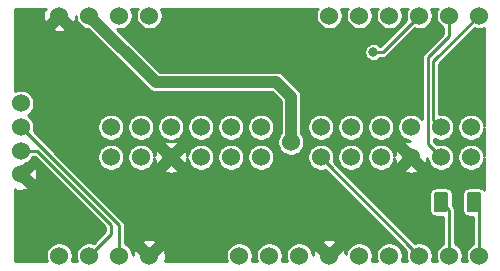
<source format=gbr>
G04 #@! TF.GenerationSoftware,KiCad,Pcbnew,(5.1.2)-2*
G04 #@! TF.CreationDate,2019-08-10T02:32:53-04:00*
G04 #@! TF.ProjectId,compact-giraffe,636f6d70-6163-4742-9d67-697261666665,rev?*
G04 #@! TF.SameCoordinates,Original*
G04 #@! TF.FileFunction,Copper,L1,Top*
G04 #@! TF.FilePolarity,Positive*
%FSLAX46Y46*%
G04 Gerber Fmt 4.6, Leading zero omitted, Abs format (unit mm)*
G04 Created by KiCad (PCBNEW (5.1.2)-2) date 2019-08-10 02:32:53*
%MOMM*%
%LPD*%
G04 APERTURE LIST*
%ADD10C,1.524000*%
%ADD11C,0.100000*%
%ADD12C,1.250000*%
%ADD13C,0.800000*%
%ADD14C,0.250000*%
%ADD15C,1.000000*%
%ADD16C,0.254000*%
G04 APERTURE END LIST*
D10*
X141671999Y-79461999D03*
X139131999Y-79461999D03*
X136591999Y-79461999D03*
X134051999Y-79461999D03*
X131511999Y-79461999D03*
X128971999Y-79461999D03*
X113731999Y-79461999D03*
X111191999Y-79461999D03*
X108651999Y-79461999D03*
X106111999Y-79461999D03*
X141671999Y-99781999D03*
X139131999Y-99781999D03*
X136591999Y-99781999D03*
X134051999Y-99781999D03*
X131511999Y-99781999D03*
X128971999Y-99781999D03*
X126431999Y-99781999D03*
X123891999Y-99781999D03*
X121351999Y-99781999D03*
X113731999Y-99781999D03*
X111191999Y-99781999D03*
X108651999Y-99781999D03*
X106111999Y-99781999D03*
X133350000Y-91440000D03*
X130810000Y-91440000D03*
X135890000Y-88900000D03*
X133350000Y-88900000D03*
X130810000Y-88900000D03*
X140970000Y-91440000D03*
X138430000Y-91440000D03*
X135890000Y-91440000D03*
X128270000Y-91440000D03*
X140970000Y-88900000D03*
X138430000Y-88900000D03*
X128270000Y-88900000D03*
X118110000Y-91440000D03*
X120650000Y-91440000D03*
X115570000Y-88900000D03*
X118110000Y-88900000D03*
X120650000Y-88900000D03*
X110490000Y-91440000D03*
X113030000Y-91440000D03*
X115570000Y-91440000D03*
X123190000Y-91440000D03*
X110490000Y-88900000D03*
X113030000Y-88900000D03*
X123190000Y-88900000D03*
X102870000Y-92900000D03*
X102870000Y-90900000D03*
X102870000Y-88900000D03*
X102870000Y-86900000D03*
X125730000Y-90170000D03*
D11*
G36*
X138829504Y-94376204D02*
G01*
X138853773Y-94379804D01*
X138877571Y-94385765D01*
X138900671Y-94394030D01*
X138922849Y-94404520D01*
X138943893Y-94417133D01*
X138963598Y-94431747D01*
X138981777Y-94448223D01*
X138998253Y-94466402D01*
X139012867Y-94486107D01*
X139025480Y-94507151D01*
X139035970Y-94529329D01*
X139044235Y-94552429D01*
X139050196Y-94576227D01*
X139053796Y-94600496D01*
X139055000Y-94625000D01*
X139055000Y-95875000D01*
X139053796Y-95899504D01*
X139050196Y-95923773D01*
X139044235Y-95947571D01*
X139035970Y-95970671D01*
X139025480Y-95992849D01*
X139012867Y-96013893D01*
X138998253Y-96033598D01*
X138981777Y-96051777D01*
X138963598Y-96068253D01*
X138943893Y-96082867D01*
X138922849Y-96095480D01*
X138900671Y-96105970D01*
X138877571Y-96114235D01*
X138853773Y-96120196D01*
X138829504Y-96123796D01*
X138805000Y-96125000D01*
X138055000Y-96125000D01*
X138030496Y-96123796D01*
X138006227Y-96120196D01*
X137982429Y-96114235D01*
X137959329Y-96105970D01*
X137937151Y-96095480D01*
X137916107Y-96082867D01*
X137896402Y-96068253D01*
X137878223Y-96051777D01*
X137861747Y-96033598D01*
X137847133Y-96013893D01*
X137834520Y-95992849D01*
X137824030Y-95970671D01*
X137815765Y-95947571D01*
X137809804Y-95923773D01*
X137806204Y-95899504D01*
X137805000Y-95875000D01*
X137805000Y-94625000D01*
X137806204Y-94600496D01*
X137809804Y-94576227D01*
X137815765Y-94552429D01*
X137824030Y-94529329D01*
X137834520Y-94507151D01*
X137847133Y-94486107D01*
X137861747Y-94466402D01*
X137878223Y-94448223D01*
X137896402Y-94431747D01*
X137916107Y-94417133D01*
X137937151Y-94404520D01*
X137959329Y-94394030D01*
X137982429Y-94385765D01*
X138006227Y-94379804D01*
X138030496Y-94376204D01*
X138055000Y-94375000D01*
X138805000Y-94375000D01*
X138829504Y-94376204D01*
X138829504Y-94376204D01*
G37*
D12*
X138430000Y-95250000D03*
D11*
G36*
X141629504Y-94376204D02*
G01*
X141653773Y-94379804D01*
X141677571Y-94385765D01*
X141700671Y-94394030D01*
X141722849Y-94404520D01*
X141743893Y-94417133D01*
X141763598Y-94431747D01*
X141781777Y-94448223D01*
X141798253Y-94466402D01*
X141812867Y-94486107D01*
X141825480Y-94507151D01*
X141835970Y-94529329D01*
X141844235Y-94552429D01*
X141850196Y-94576227D01*
X141853796Y-94600496D01*
X141855000Y-94625000D01*
X141855000Y-95875000D01*
X141853796Y-95899504D01*
X141850196Y-95923773D01*
X141844235Y-95947571D01*
X141835970Y-95970671D01*
X141825480Y-95992849D01*
X141812867Y-96013893D01*
X141798253Y-96033598D01*
X141781777Y-96051777D01*
X141763598Y-96068253D01*
X141743893Y-96082867D01*
X141722849Y-96095480D01*
X141700671Y-96105970D01*
X141677571Y-96114235D01*
X141653773Y-96120196D01*
X141629504Y-96123796D01*
X141605000Y-96125000D01*
X140855000Y-96125000D01*
X140830496Y-96123796D01*
X140806227Y-96120196D01*
X140782429Y-96114235D01*
X140759329Y-96105970D01*
X140737151Y-96095480D01*
X140716107Y-96082867D01*
X140696402Y-96068253D01*
X140678223Y-96051777D01*
X140661747Y-96033598D01*
X140647133Y-96013893D01*
X140634520Y-95992849D01*
X140624030Y-95970671D01*
X140615765Y-95947571D01*
X140609804Y-95923773D01*
X140606204Y-95899504D01*
X140605000Y-95875000D01*
X140605000Y-94625000D01*
X140606204Y-94600496D01*
X140609804Y-94576227D01*
X140615765Y-94552429D01*
X140624030Y-94529329D01*
X140634520Y-94507151D01*
X140647133Y-94486107D01*
X140661747Y-94466402D01*
X140678223Y-94448223D01*
X140696402Y-94431747D01*
X140716107Y-94417133D01*
X140737151Y-94404520D01*
X140759329Y-94394030D01*
X140782429Y-94385765D01*
X140806227Y-94379804D01*
X140830496Y-94376204D01*
X140855000Y-94375000D01*
X141605000Y-94375000D01*
X141629504Y-94376204D01*
X141629504Y-94376204D01*
G37*
D12*
X141230000Y-95250000D03*
D13*
X106045000Y-93980000D03*
X107950000Y-95885000D03*
X132715000Y-82550000D03*
D14*
X137668001Y-90678001D02*
X138430000Y-91440000D01*
X137342999Y-90352999D02*
X137668001Y-90678001D01*
X137342999Y-83002001D02*
X137342999Y-90352999D01*
X139131999Y-81213001D02*
X137342999Y-83002001D01*
X139131999Y-79461999D02*
X139131999Y-81213001D01*
X128270000Y-91460000D02*
X128270000Y-91440000D01*
X136591999Y-99781999D02*
X128270000Y-91460000D01*
X133503998Y-82550000D02*
X136591999Y-79461999D01*
X132715000Y-82550000D02*
X133503998Y-82550000D01*
X137795000Y-88265000D02*
X138430000Y-88900000D01*
X141671999Y-79461999D02*
X137795000Y-83338998D01*
X137795000Y-83338998D02*
X137795000Y-88265000D01*
X141671999Y-95691999D02*
X141230000Y-95250000D01*
X141671999Y-99781999D02*
X141671999Y-95691999D01*
X139131999Y-95951999D02*
X138430000Y-95250000D01*
X139131999Y-99781999D02*
X139131999Y-95951999D01*
D15*
X125730000Y-90170000D02*
X125730000Y-86360000D01*
X125730000Y-86360000D02*
X124460000Y-85090000D01*
X124460000Y-85090000D02*
X114280000Y-85090000D01*
X114280000Y-85090000D02*
X108651999Y-79461999D01*
D14*
X102870000Y-88900000D02*
X111191999Y-97221999D01*
X111191999Y-97221999D02*
X111191999Y-99781999D01*
X110489295Y-97944703D02*
X110489295Y-97155705D01*
X108651999Y-99781999D02*
X110489295Y-97944703D01*
X110489295Y-97155705D02*
X104233590Y-90900000D01*
X104233590Y-90900000D02*
X102870000Y-90900000D01*
D16*
G36*
X105008330Y-78885835D02*
G01*
X104797915Y-78968315D01*
X104726852Y-79234166D01*
X104709019Y-79508772D01*
X104745102Y-79781582D01*
X104797915Y-79955683D01*
X105008332Y-80038164D01*
X105584497Y-79461999D01*
X105570355Y-79447857D01*
X106097857Y-78920355D01*
X106111999Y-78934497D01*
X106126141Y-78920355D01*
X106653643Y-79447857D01*
X106639501Y-79461999D01*
X107215666Y-80038164D01*
X107426083Y-79955683D01*
X107497146Y-79689832D01*
X107508999Y-79507311D01*
X107508999Y-79574575D01*
X107552924Y-79795400D01*
X107639086Y-80003412D01*
X107764173Y-80190619D01*
X107923379Y-80349825D01*
X108110586Y-80474912D01*
X108318598Y-80561074D01*
X108539423Y-80604999D01*
X108549078Y-80604999D01*
X113626439Y-85682361D01*
X113654025Y-85715975D01*
X113687637Y-85743559D01*
X113788174Y-85826068D01*
X113866950Y-85868174D01*
X113941225Y-85907875D01*
X114107294Y-85958252D01*
X114236727Y-85971000D01*
X114236729Y-85971000D01*
X114279999Y-85975262D01*
X114323269Y-85971000D01*
X124095079Y-85971000D01*
X124849001Y-86724923D01*
X124849000Y-89434554D01*
X124842174Y-89441380D01*
X124717087Y-89628587D01*
X124630925Y-89836599D01*
X124587000Y-90057424D01*
X124587000Y-90282576D01*
X124630925Y-90503401D01*
X124717087Y-90711413D01*
X124842174Y-90898620D01*
X125001380Y-91057826D01*
X125188587Y-91182913D01*
X125396599Y-91269075D01*
X125617424Y-91313000D01*
X125842576Y-91313000D01*
X126063401Y-91269075D01*
X126271413Y-91182913D01*
X126458620Y-91057826D01*
X126617826Y-90898620D01*
X126742913Y-90711413D01*
X126829075Y-90503401D01*
X126873000Y-90282576D01*
X126873000Y-90057424D01*
X126829075Y-89836599D01*
X126742913Y-89628587D01*
X126617826Y-89441380D01*
X126611000Y-89434554D01*
X126611000Y-88787424D01*
X127127000Y-88787424D01*
X127127000Y-89012576D01*
X127170925Y-89233401D01*
X127257087Y-89441413D01*
X127382174Y-89628620D01*
X127541380Y-89787826D01*
X127728587Y-89912913D01*
X127936599Y-89999075D01*
X128157424Y-90043000D01*
X128382576Y-90043000D01*
X128603401Y-89999075D01*
X128811413Y-89912913D01*
X128998620Y-89787826D01*
X129157826Y-89628620D01*
X129282913Y-89441413D01*
X129369075Y-89233401D01*
X129413000Y-89012576D01*
X129413000Y-88787424D01*
X129667000Y-88787424D01*
X129667000Y-89012576D01*
X129710925Y-89233401D01*
X129797087Y-89441413D01*
X129922174Y-89628620D01*
X130081380Y-89787826D01*
X130268587Y-89912913D01*
X130476599Y-89999075D01*
X130697424Y-90043000D01*
X130922576Y-90043000D01*
X131143401Y-89999075D01*
X131351413Y-89912913D01*
X131538620Y-89787826D01*
X131697826Y-89628620D01*
X131822913Y-89441413D01*
X131909075Y-89233401D01*
X131953000Y-89012576D01*
X131953000Y-88787424D01*
X132207000Y-88787424D01*
X132207000Y-89012576D01*
X132250925Y-89233401D01*
X132337087Y-89441413D01*
X132462174Y-89628620D01*
X132621380Y-89787826D01*
X132808587Y-89912913D01*
X133016599Y-89999075D01*
X133237424Y-90043000D01*
X133462576Y-90043000D01*
X133683401Y-89999075D01*
X133891413Y-89912913D01*
X134078620Y-89787826D01*
X134237826Y-89628620D01*
X134362913Y-89441413D01*
X134449075Y-89233401D01*
X134493000Y-89012576D01*
X134493000Y-88787424D01*
X134449075Y-88566599D01*
X134362913Y-88358587D01*
X134237826Y-88171380D01*
X134078620Y-88012174D01*
X133891413Y-87887087D01*
X133683401Y-87800925D01*
X133462576Y-87757000D01*
X133237424Y-87757000D01*
X133016599Y-87800925D01*
X132808587Y-87887087D01*
X132621380Y-88012174D01*
X132462174Y-88171380D01*
X132337087Y-88358587D01*
X132250925Y-88566599D01*
X132207000Y-88787424D01*
X131953000Y-88787424D01*
X131909075Y-88566599D01*
X131822913Y-88358587D01*
X131697826Y-88171380D01*
X131538620Y-88012174D01*
X131351413Y-87887087D01*
X131143401Y-87800925D01*
X130922576Y-87757000D01*
X130697424Y-87757000D01*
X130476599Y-87800925D01*
X130268587Y-87887087D01*
X130081380Y-88012174D01*
X129922174Y-88171380D01*
X129797087Y-88358587D01*
X129710925Y-88566599D01*
X129667000Y-88787424D01*
X129413000Y-88787424D01*
X129369075Y-88566599D01*
X129282913Y-88358587D01*
X129157826Y-88171380D01*
X128998620Y-88012174D01*
X128811413Y-87887087D01*
X128603401Y-87800925D01*
X128382576Y-87757000D01*
X128157424Y-87757000D01*
X127936599Y-87800925D01*
X127728587Y-87887087D01*
X127541380Y-88012174D01*
X127382174Y-88171380D01*
X127257087Y-88358587D01*
X127170925Y-88566599D01*
X127127000Y-88787424D01*
X126611000Y-88787424D01*
X126611000Y-86403269D01*
X126615262Y-86359999D01*
X126611000Y-86316727D01*
X126598252Y-86187294D01*
X126547875Y-86021225D01*
X126476177Y-85887087D01*
X126466068Y-85868174D01*
X126383559Y-85767637D01*
X126355975Y-85734025D01*
X126322361Y-85706439D01*
X125113566Y-84497644D01*
X125085975Y-84464025D01*
X124951825Y-84353932D01*
X124798775Y-84272125D01*
X124632706Y-84221748D01*
X124503273Y-84209000D01*
X124503270Y-84209000D01*
X124460000Y-84204738D01*
X124416730Y-84209000D01*
X114644922Y-84209000D01*
X111031360Y-80595439D01*
X111079423Y-80604999D01*
X111304575Y-80604999D01*
X111525400Y-80561074D01*
X111733412Y-80474912D01*
X111920619Y-80349825D01*
X112079825Y-80190619D01*
X112204912Y-80003412D01*
X112291074Y-79795400D01*
X112334999Y-79574575D01*
X112334999Y-79349423D01*
X112291074Y-79128598D01*
X112204912Y-78920586D01*
X112169107Y-78867000D01*
X112754891Y-78867000D01*
X112719086Y-78920586D01*
X112632924Y-79128598D01*
X112588999Y-79349423D01*
X112588999Y-79574575D01*
X112632924Y-79795400D01*
X112719086Y-80003412D01*
X112844173Y-80190619D01*
X113003379Y-80349825D01*
X113190586Y-80474912D01*
X113398598Y-80561074D01*
X113619423Y-80604999D01*
X113844575Y-80604999D01*
X114065400Y-80561074D01*
X114273412Y-80474912D01*
X114460619Y-80349825D01*
X114619825Y-80190619D01*
X114744912Y-80003412D01*
X114831074Y-79795400D01*
X114874999Y-79574575D01*
X114874999Y-79349423D01*
X114831074Y-79128598D01*
X114744912Y-78920586D01*
X114709107Y-78867000D01*
X127994891Y-78867000D01*
X127959086Y-78920586D01*
X127872924Y-79128598D01*
X127828999Y-79349423D01*
X127828999Y-79574575D01*
X127872924Y-79795400D01*
X127959086Y-80003412D01*
X128084173Y-80190619D01*
X128243379Y-80349825D01*
X128430586Y-80474912D01*
X128638598Y-80561074D01*
X128859423Y-80604999D01*
X129084575Y-80604999D01*
X129305400Y-80561074D01*
X129513412Y-80474912D01*
X129700619Y-80349825D01*
X129859825Y-80190619D01*
X129984912Y-80003412D01*
X130071074Y-79795400D01*
X130114999Y-79574575D01*
X130114999Y-79349423D01*
X130071074Y-79128598D01*
X129984912Y-78920586D01*
X129949107Y-78867000D01*
X130534891Y-78867000D01*
X130499086Y-78920586D01*
X130412924Y-79128598D01*
X130368999Y-79349423D01*
X130368999Y-79574575D01*
X130412924Y-79795400D01*
X130499086Y-80003412D01*
X130624173Y-80190619D01*
X130783379Y-80349825D01*
X130970586Y-80474912D01*
X131178598Y-80561074D01*
X131399423Y-80604999D01*
X131624575Y-80604999D01*
X131845400Y-80561074D01*
X132053412Y-80474912D01*
X132240619Y-80349825D01*
X132399825Y-80190619D01*
X132524912Y-80003412D01*
X132611074Y-79795400D01*
X132654999Y-79574575D01*
X132654999Y-79349423D01*
X132611074Y-79128598D01*
X132524912Y-78920586D01*
X132489107Y-78867000D01*
X133074891Y-78867000D01*
X133039086Y-78920586D01*
X132952924Y-79128598D01*
X132908999Y-79349423D01*
X132908999Y-79574575D01*
X132952924Y-79795400D01*
X133039086Y-80003412D01*
X133164173Y-80190619D01*
X133323379Y-80349825D01*
X133510586Y-80474912D01*
X133718598Y-80561074D01*
X133939423Y-80604999D01*
X134164575Y-80604999D01*
X134385400Y-80561074D01*
X134593412Y-80474912D01*
X134780619Y-80349825D01*
X134939825Y-80190619D01*
X135064912Y-80003412D01*
X135151074Y-79795400D01*
X135194999Y-79574575D01*
X135194999Y-79349423D01*
X135151074Y-79128598D01*
X135064912Y-78920586D01*
X135029107Y-78867000D01*
X135614891Y-78867000D01*
X135579086Y-78920586D01*
X135492924Y-79128598D01*
X135448999Y-79349423D01*
X135448999Y-79574575D01*
X135492924Y-79795400D01*
X135507593Y-79830813D01*
X133303954Y-82034453D01*
X133212859Y-81943358D01*
X133084942Y-81857887D01*
X132942809Y-81799013D01*
X132791922Y-81769000D01*
X132638078Y-81769000D01*
X132487191Y-81799013D01*
X132345058Y-81857887D01*
X132217141Y-81943358D01*
X132108358Y-82052141D01*
X132022887Y-82180058D01*
X131964013Y-82322191D01*
X131934000Y-82473078D01*
X131934000Y-82626922D01*
X131964013Y-82777809D01*
X132022887Y-82919942D01*
X132108358Y-83047859D01*
X132217141Y-83156642D01*
X132345058Y-83242113D01*
X132487191Y-83300987D01*
X132638078Y-83331000D01*
X132791922Y-83331000D01*
X132942809Y-83300987D01*
X133084942Y-83242113D01*
X133212859Y-83156642D01*
X133313501Y-83056000D01*
X133479152Y-83056000D01*
X133503998Y-83058447D01*
X133528844Y-83056000D01*
X133528852Y-83056000D01*
X133603191Y-83048678D01*
X133698573Y-83019745D01*
X133786477Y-82972759D01*
X133863525Y-82909527D01*
X133879374Y-82890215D01*
X136223185Y-80546405D01*
X136258598Y-80561074D01*
X136479423Y-80604999D01*
X136704575Y-80604999D01*
X136925400Y-80561074D01*
X137133412Y-80474912D01*
X137320619Y-80349825D01*
X137479825Y-80190619D01*
X137604912Y-80003412D01*
X137691074Y-79795400D01*
X137734999Y-79574575D01*
X137734999Y-79349423D01*
X137691074Y-79128598D01*
X137604912Y-78920586D01*
X137569107Y-78867000D01*
X138154891Y-78867000D01*
X138119086Y-78920586D01*
X138032924Y-79128598D01*
X137988999Y-79349423D01*
X137988999Y-79574575D01*
X138032924Y-79795400D01*
X138119086Y-80003412D01*
X138244173Y-80190619D01*
X138403379Y-80349825D01*
X138590586Y-80474912D01*
X138626000Y-80489581D01*
X138626000Y-81003408D01*
X137002784Y-82626625D01*
X136983472Y-82642474D01*
X136920240Y-82719522D01*
X136873254Y-82807427D01*
X136844321Y-82902809D01*
X136836999Y-82977148D01*
X136836999Y-82977155D01*
X136834552Y-83002001D01*
X136836999Y-83026847D01*
X136837000Y-88259940D01*
X136777826Y-88171380D01*
X136618620Y-88012174D01*
X136431413Y-87887087D01*
X136223401Y-87800925D01*
X136002576Y-87757000D01*
X135777424Y-87757000D01*
X135556599Y-87800925D01*
X135348587Y-87887087D01*
X135161380Y-88012174D01*
X135002174Y-88171380D01*
X134877087Y-88358587D01*
X134790925Y-88566599D01*
X134747000Y-88787424D01*
X134747000Y-89012576D01*
X134790925Y-89233401D01*
X134877087Y-89441413D01*
X135002174Y-89628620D01*
X135161380Y-89787826D01*
X135348587Y-89912913D01*
X135556599Y-89999075D01*
X135777424Y-90043000D01*
X135798014Y-90043000D01*
X135570417Y-90073103D01*
X135396316Y-90125916D01*
X135313835Y-90336333D01*
X135890000Y-90912498D01*
X135904142Y-90898356D01*
X136431644Y-91425858D01*
X136417502Y-91440000D01*
X136993667Y-92016165D01*
X137204084Y-91933684D01*
X137275147Y-91667833D01*
X137287000Y-91485312D01*
X137287000Y-91552576D01*
X137330925Y-91773401D01*
X137417087Y-91981413D01*
X137542174Y-92168620D01*
X137701380Y-92327826D01*
X137888587Y-92452913D01*
X138096599Y-92539075D01*
X138317424Y-92583000D01*
X138542576Y-92583000D01*
X138763401Y-92539075D01*
X138971413Y-92452913D01*
X139158620Y-92327826D01*
X139317826Y-92168620D01*
X139442913Y-91981413D01*
X139529075Y-91773401D01*
X139573000Y-91552576D01*
X139573000Y-91327424D01*
X139529075Y-91106599D01*
X139442913Y-90898587D01*
X139317826Y-90711380D01*
X139158620Y-90552174D01*
X138971413Y-90427087D01*
X138763401Y-90340925D01*
X138542576Y-90297000D01*
X138317424Y-90297000D01*
X138096599Y-90340925D01*
X138061185Y-90355594D01*
X137848999Y-90143408D01*
X137848999Y-89886461D01*
X137888587Y-89912913D01*
X138096599Y-89999075D01*
X138317424Y-90043000D01*
X138542576Y-90043000D01*
X138763401Y-89999075D01*
X138971413Y-89912913D01*
X139158620Y-89787826D01*
X139317826Y-89628620D01*
X139442913Y-89441413D01*
X139529075Y-89233401D01*
X139573000Y-89012576D01*
X139573000Y-88787424D01*
X139529075Y-88566599D01*
X139442913Y-88358587D01*
X139317826Y-88171380D01*
X139158620Y-88012174D01*
X138971413Y-87887087D01*
X138763401Y-87800925D01*
X138542576Y-87757000D01*
X138317424Y-87757000D01*
X138301000Y-87760267D01*
X138301000Y-83548589D01*
X141303185Y-80546405D01*
X141338598Y-80561074D01*
X141559423Y-80604999D01*
X141784575Y-80604999D01*
X142005400Y-80561074D01*
X142113000Y-80516504D01*
X142113000Y-88787424D01*
X142069075Y-88566599D01*
X141982913Y-88358587D01*
X141857826Y-88171380D01*
X141698620Y-88012174D01*
X141511413Y-87887087D01*
X141303401Y-87800925D01*
X141082576Y-87757000D01*
X140857424Y-87757000D01*
X140636599Y-87800925D01*
X140428587Y-87887087D01*
X140241380Y-88012174D01*
X140082174Y-88171380D01*
X139957087Y-88358587D01*
X139870925Y-88566599D01*
X139827000Y-88787424D01*
X139827000Y-89012576D01*
X139870925Y-89233401D01*
X139957087Y-89441413D01*
X140082174Y-89628620D01*
X140241380Y-89787826D01*
X140428587Y-89912913D01*
X140636599Y-89999075D01*
X140857424Y-90043000D01*
X141082576Y-90043000D01*
X141303401Y-89999075D01*
X141511413Y-89912913D01*
X141698620Y-89787826D01*
X141857826Y-89628620D01*
X141982913Y-89441413D01*
X142069075Y-89233401D01*
X142113000Y-89012576D01*
X142113000Y-91327424D01*
X142069075Y-91106599D01*
X141982913Y-90898587D01*
X141857826Y-90711380D01*
X141698620Y-90552174D01*
X141511413Y-90427087D01*
X141303401Y-90340925D01*
X141082576Y-90297000D01*
X140857424Y-90297000D01*
X140636599Y-90340925D01*
X140428587Y-90427087D01*
X140241380Y-90552174D01*
X140082174Y-90711380D01*
X139957087Y-90898587D01*
X139870925Y-91106599D01*
X139827000Y-91327424D01*
X139827000Y-91552576D01*
X139870925Y-91773401D01*
X139957087Y-91981413D01*
X140082174Y-92168620D01*
X140241380Y-92327826D01*
X140428587Y-92452913D01*
X140636599Y-92539075D01*
X140857424Y-92583000D01*
X141082576Y-92583000D01*
X141303401Y-92539075D01*
X141511413Y-92452913D01*
X141698620Y-92327826D01*
X141857826Y-92168620D01*
X141982913Y-91981413D01*
X142069075Y-91773401D01*
X142113000Y-91552576D01*
X142113000Y-94251246D01*
X142052488Y-94177512D01*
X141956589Y-94098810D01*
X141847179Y-94040329D01*
X141728462Y-94004317D01*
X141605000Y-93992157D01*
X140855000Y-93992157D01*
X140731538Y-94004317D01*
X140612821Y-94040329D01*
X140503411Y-94098810D01*
X140407512Y-94177512D01*
X140328810Y-94273411D01*
X140270329Y-94382821D01*
X140234317Y-94501538D01*
X140222157Y-94625000D01*
X140222157Y-95875000D01*
X140234317Y-95998462D01*
X140270329Y-96117179D01*
X140328810Y-96226589D01*
X140407512Y-96322488D01*
X140503411Y-96401190D01*
X140612821Y-96459671D01*
X140731538Y-96495683D01*
X140855000Y-96507843D01*
X141166000Y-96507843D01*
X141165999Y-98754417D01*
X141130586Y-98769086D01*
X140943379Y-98894173D01*
X140784173Y-99053379D01*
X140659086Y-99240586D01*
X140572924Y-99448598D01*
X140528999Y-99669423D01*
X140528999Y-99894575D01*
X140572924Y-100115400D01*
X140609209Y-100203000D01*
X140194789Y-100203000D01*
X140231074Y-100115400D01*
X140274999Y-99894575D01*
X140274999Y-99669423D01*
X140231074Y-99448598D01*
X140144912Y-99240586D01*
X140019825Y-99053379D01*
X139860619Y-98894173D01*
X139673412Y-98769086D01*
X139637999Y-98754417D01*
X139637999Y-95976853D01*
X139640447Y-95951999D01*
X139630677Y-95852806D01*
X139601744Y-95757424D01*
X139566773Y-95691999D01*
X139554758Y-95669520D01*
X139491526Y-95592472D01*
X139472219Y-95576627D01*
X139437843Y-95542251D01*
X139437843Y-94625000D01*
X139425683Y-94501538D01*
X139389671Y-94382821D01*
X139331190Y-94273411D01*
X139252488Y-94177512D01*
X139156589Y-94098810D01*
X139047179Y-94040329D01*
X138928462Y-94004317D01*
X138805000Y-93992157D01*
X138055000Y-93992157D01*
X137931538Y-94004317D01*
X137812821Y-94040329D01*
X137703411Y-94098810D01*
X137607512Y-94177512D01*
X137528810Y-94273411D01*
X137470329Y-94382821D01*
X137434317Y-94501538D01*
X137422157Y-94625000D01*
X137422157Y-95875000D01*
X137434317Y-95998462D01*
X137470329Y-96117179D01*
X137528810Y-96226589D01*
X137607512Y-96322488D01*
X137703411Y-96401190D01*
X137812821Y-96459671D01*
X137931538Y-96495683D01*
X138055000Y-96507843D01*
X138626000Y-96507843D01*
X138625999Y-98754417D01*
X138590586Y-98769086D01*
X138403379Y-98894173D01*
X138244173Y-99053379D01*
X138119086Y-99240586D01*
X138032924Y-99448598D01*
X137988999Y-99669423D01*
X137988999Y-99894575D01*
X138032924Y-100115400D01*
X138069209Y-100203000D01*
X137654789Y-100203000D01*
X137691074Y-100115400D01*
X137734999Y-99894575D01*
X137734999Y-99669423D01*
X137691074Y-99448598D01*
X137604912Y-99240586D01*
X137479825Y-99053379D01*
X137320619Y-98894173D01*
X137133412Y-98769086D01*
X136925400Y-98682924D01*
X136704575Y-98638999D01*
X136479423Y-98638999D01*
X136258598Y-98682924D01*
X136223185Y-98697593D01*
X129348548Y-91822957D01*
X129369075Y-91773401D01*
X129413000Y-91552576D01*
X129413000Y-91327424D01*
X129667000Y-91327424D01*
X129667000Y-91552576D01*
X129710925Y-91773401D01*
X129797087Y-91981413D01*
X129922174Y-92168620D01*
X130081380Y-92327826D01*
X130268587Y-92452913D01*
X130476599Y-92539075D01*
X130697424Y-92583000D01*
X130922576Y-92583000D01*
X131143401Y-92539075D01*
X131351413Y-92452913D01*
X131538620Y-92327826D01*
X131697826Y-92168620D01*
X131822913Y-91981413D01*
X131909075Y-91773401D01*
X131953000Y-91552576D01*
X131953000Y-91327424D01*
X132207000Y-91327424D01*
X132207000Y-91552576D01*
X132250925Y-91773401D01*
X132337087Y-91981413D01*
X132462174Y-92168620D01*
X132621380Y-92327826D01*
X132808587Y-92452913D01*
X133016599Y-92539075D01*
X133237424Y-92583000D01*
X133462576Y-92583000D01*
X133660315Y-92543667D01*
X135313835Y-92543667D01*
X135396316Y-92754084D01*
X135662167Y-92825147D01*
X135936773Y-92842980D01*
X136209583Y-92806897D01*
X136383684Y-92754084D01*
X136466165Y-92543667D01*
X135890000Y-91967502D01*
X135313835Y-92543667D01*
X133660315Y-92543667D01*
X133683401Y-92539075D01*
X133891413Y-92452913D01*
X134078620Y-92327826D01*
X134237826Y-92168620D01*
X134362913Y-91981413D01*
X134449075Y-91773401D01*
X134493000Y-91552576D01*
X134493000Y-91531986D01*
X134523103Y-91759583D01*
X134575916Y-91933684D01*
X134786333Y-92016165D01*
X135362498Y-91440000D01*
X134786333Y-90863835D01*
X134575916Y-90946316D01*
X134504853Y-91212167D01*
X134493000Y-91394688D01*
X134493000Y-91327424D01*
X134449075Y-91106599D01*
X134362913Y-90898587D01*
X134237826Y-90711380D01*
X134078620Y-90552174D01*
X133891413Y-90427087D01*
X133683401Y-90340925D01*
X133462576Y-90297000D01*
X133237424Y-90297000D01*
X133016599Y-90340925D01*
X132808587Y-90427087D01*
X132621380Y-90552174D01*
X132462174Y-90711380D01*
X132337087Y-90898587D01*
X132250925Y-91106599D01*
X132207000Y-91327424D01*
X131953000Y-91327424D01*
X131909075Y-91106599D01*
X131822913Y-90898587D01*
X131697826Y-90711380D01*
X131538620Y-90552174D01*
X131351413Y-90427087D01*
X131143401Y-90340925D01*
X130922576Y-90297000D01*
X130697424Y-90297000D01*
X130476599Y-90340925D01*
X130268587Y-90427087D01*
X130081380Y-90552174D01*
X129922174Y-90711380D01*
X129797087Y-90898587D01*
X129710925Y-91106599D01*
X129667000Y-91327424D01*
X129413000Y-91327424D01*
X129369075Y-91106599D01*
X129282913Y-90898587D01*
X129157826Y-90711380D01*
X128998620Y-90552174D01*
X128811413Y-90427087D01*
X128603401Y-90340925D01*
X128382576Y-90297000D01*
X128157424Y-90297000D01*
X127936599Y-90340925D01*
X127728587Y-90427087D01*
X127541380Y-90552174D01*
X127382174Y-90711380D01*
X127257087Y-90898587D01*
X127170925Y-91106599D01*
X127127000Y-91327424D01*
X127127000Y-91552576D01*
X127170925Y-91773401D01*
X127257087Y-91981413D01*
X127382174Y-92168620D01*
X127541380Y-92327826D01*
X127728587Y-92452913D01*
X127936599Y-92539075D01*
X128157424Y-92583000D01*
X128382576Y-92583000D01*
X128603401Y-92539075D01*
X128624673Y-92530264D01*
X135507593Y-99413185D01*
X135492924Y-99448598D01*
X135448999Y-99669423D01*
X135448999Y-99894575D01*
X135492924Y-100115400D01*
X135529209Y-100203000D01*
X135114789Y-100203000D01*
X135151074Y-100115400D01*
X135194999Y-99894575D01*
X135194999Y-99669423D01*
X135151074Y-99448598D01*
X135064912Y-99240586D01*
X134939825Y-99053379D01*
X134780619Y-98894173D01*
X134593412Y-98769086D01*
X134385400Y-98682924D01*
X134164575Y-98638999D01*
X133939423Y-98638999D01*
X133718598Y-98682924D01*
X133510586Y-98769086D01*
X133323379Y-98894173D01*
X133164173Y-99053379D01*
X133039086Y-99240586D01*
X132952924Y-99448598D01*
X132908999Y-99669423D01*
X132908999Y-99894575D01*
X132952924Y-100115400D01*
X132989209Y-100203000D01*
X132574789Y-100203000D01*
X132611074Y-100115400D01*
X132654999Y-99894575D01*
X132654999Y-99669423D01*
X132611074Y-99448598D01*
X132524912Y-99240586D01*
X132399825Y-99053379D01*
X132240619Y-98894173D01*
X132053412Y-98769086D01*
X131845400Y-98682924D01*
X131624575Y-98638999D01*
X131399423Y-98638999D01*
X131178598Y-98682924D01*
X130970586Y-98769086D01*
X130783379Y-98894173D01*
X130624173Y-99053379D01*
X130499086Y-99240586D01*
X130412924Y-99448598D01*
X130368999Y-99669423D01*
X130368999Y-99690013D01*
X130338896Y-99462416D01*
X130286083Y-99288315D01*
X130075666Y-99205834D01*
X129499501Y-99781999D01*
X129513643Y-99796141D01*
X129106784Y-100203000D01*
X128837214Y-100203000D01*
X128430355Y-99796141D01*
X128444497Y-99781999D01*
X127868332Y-99205834D01*
X127657915Y-99288315D01*
X127586852Y-99554166D01*
X127574999Y-99736687D01*
X127574999Y-99669423D01*
X127531074Y-99448598D01*
X127444912Y-99240586D01*
X127319825Y-99053379D01*
X127160619Y-98894173D01*
X126973412Y-98769086D01*
X126765400Y-98682924D01*
X126742315Y-98678332D01*
X128395834Y-98678332D01*
X128971999Y-99254497D01*
X129548164Y-98678332D01*
X129465683Y-98467915D01*
X129199832Y-98396852D01*
X128925226Y-98379019D01*
X128652416Y-98415102D01*
X128478315Y-98467915D01*
X128395834Y-98678332D01*
X126742315Y-98678332D01*
X126544575Y-98638999D01*
X126319423Y-98638999D01*
X126098598Y-98682924D01*
X125890586Y-98769086D01*
X125703379Y-98894173D01*
X125544173Y-99053379D01*
X125419086Y-99240586D01*
X125332924Y-99448598D01*
X125288999Y-99669423D01*
X125288999Y-99894575D01*
X125332924Y-100115400D01*
X125369209Y-100203000D01*
X124954789Y-100203000D01*
X124991074Y-100115400D01*
X125034999Y-99894575D01*
X125034999Y-99669423D01*
X124991074Y-99448598D01*
X124904912Y-99240586D01*
X124779825Y-99053379D01*
X124620619Y-98894173D01*
X124433412Y-98769086D01*
X124225400Y-98682924D01*
X124004575Y-98638999D01*
X123779423Y-98638999D01*
X123558598Y-98682924D01*
X123350586Y-98769086D01*
X123163379Y-98894173D01*
X123004173Y-99053379D01*
X122879086Y-99240586D01*
X122792924Y-99448598D01*
X122748999Y-99669423D01*
X122748999Y-99894575D01*
X122792924Y-100115400D01*
X122829209Y-100203000D01*
X122414789Y-100203000D01*
X122451074Y-100115400D01*
X122494999Y-99894575D01*
X122494999Y-99669423D01*
X122451074Y-99448598D01*
X122364912Y-99240586D01*
X122239825Y-99053379D01*
X122080619Y-98894173D01*
X121893412Y-98769086D01*
X121685400Y-98682924D01*
X121464575Y-98638999D01*
X121239423Y-98638999D01*
X121018598Y-98682924D01*
X120810586Y-98769086D01*
X120623379Y-98894173D01*
X120464173Y-99053379D01*
X120339086Y-99240586D01*
X120252924Y-99448598D01*
X120208999Y-99669423D01*
X120208999Y-99894575D01*
X120252924Y-100115400D01*
X120289209Y-100203000D01*
X115065511Y-100203000D01*
X115117146Y-100009832D01*
X115134979Y-99735226D01*
X115098896Y-99462416D01*
X115046083Y-99288315D01*
X114835666Y-99205834D01*
X114259501Y-99781999D01*
X114273643Y-99796141D01*
X113866784Y-100203000D01*
X113597214Y-100203000D01*
X113190355Y-99796141D01*
X113204497Y-99781999D01*
X112628332Y-99205834D01*
X112417915Y-99288315D01*
X112346852Y-99554166D01*
X112334999Y-99736687D01*
X112334999Y-99669423D01*
X112291074Y-99448598D01*
X112204912Y-99240586D01*
X112079825Y-99053379D01*
X111920619Y-98894173D01*
X111733412Y-98769086D01*
X111697999Y-98754417D01*
X111697999Y-98678332D01*
X113155834Y-98678332D01*
X113731999Y-99254497D01*
X114308164Y-98678332D01*
X114225683Y-98467915D01*
X113959832Y-98396852D01*
X113685226Y-98379019D01*
X113412416Y-98415102D01*
X113238315Y-98467915D01*
X113155834Y-98678332D01*
X111697999Y-98678332D01*
X111697999Y-97246853D01*
X111700447Y-97221999D01*
X111690677Y-97122806D01*
X111661744Y-97027424D01*
X111614758Y-96939520D01*
X111551526Y-96862472D01*
X111532219Y-96846627D01*
X106013016Y-91327424D01*
X109347000Y-91327424D01*
X109347000Y-91552576D01*
X109390925Y-91773401D01*
X109477087Y-91981413D01*
X109602174Y-92168620D01*
X109761380Y-92327826D01*
X109948587Y-92452913D01*
X110156599Y-92539075D01*
X110377424Y-92583000D01*
X110602576Y-92583000D01*
X110823401Y-92539075D01*
X111031413Y-92452913D01*
X111218620Y-92327826D01*
X111377826Y-92168620D01*
X111502913Y-91981413D01*
X111589075Y-91773401D01*
X111633000Y-91552576D01*
X111633000Y-91327424D01*
X111887000Y-91327424D01*
X111887000Y-91552576D01*
X111930925Y-91773401D01*
X112017087Y-91981413D01*
X112142174Y-92168620D01*
X112301380Y-92327826D01*
X112488587Y-92452913D01*
X112696599Y-92539075D01*
X112917424Y-92583000D01*
X113142576Y-92583000D01*
X113340315Y-92543667D01*
X114993835Y-92543667D01*
X115076316Y-92754084D01*
X115342167Y-92825147D01*
X115616773Y-92842980D01*
X115889583Y-92806897D01*
X116063684Y-92754084D01*
X116146165Y-92543667D01*
X115570000Y-91967502D01*
X114993835Y-92543667D01*
X113340315Y-92543667D01*
X113363401Y-92539075D01*
X113571413Y-92452913D01*
X113758620Y-92327826D01*
X113917826Y-92168620D01*
X114042913Y-91981413D01*
X114129075Y-91773401D01*
X114173000Y-91552576D01*
X114173000Y-91531986D01*
X114203103Y-91759583D01*
X114255916Y-91933684D01*
X114466333Y-92016165D01*
X115042498Y-91440000D01*
X116097502Y-91440000D01*
X116673667Y-92016165D01*
X116884084Y-91933684D01*
X116955147Y-91667833D01*
X116967000Y-91485312D01*
X116967000Y-91552576D01*
X117010925Y-91773401D01*
X117097087Y-91981413D01*
X117222174Y-92168620D01*
X117381380Y-92327826D01*
X117568587Y-92452913D01*
X117776599Y-92539075D01*
X117997424Y-92583000D01*
X118222576Y-92583000D01*
X118443401Y-92539075D01*
X118651413Y-92452913D01*
X118838620Y-92327826D01*
X118997826Y-92168620D01*
X119122913Y-91981413D01*
X119209075Y-91773401D01*
X119253000Y-91552576D01*
X119253000Y-91327424D01*
X119507000Y-91327424D01*
X119507000Y-91552576D01*
X119550925Y-91773401D01*
X119637087Y-91981413D01*
X119762174Y-92168620D01*
X119921380Y-92327826D01*
X120108587Y-92452913D01*
X120316599Y-92539075D01*
X120537424Y-92583000D01*
X120762576Y-92583000D01*
X120983401Y-92539075D01*
X121191413Y-92452913D01*
X121378620Y-92327826D01*
X121537826Y-92168620D01*
X121662913Y-91981413D01*
X121749075Y-91773401D01*
X121793000Y-91552576D01*
X121793000Y-91327424D01*
X122047000Y-91327424D01*
X122047000Y-91552576D01*
X122090925Y-91773401D01*
X122177087Y-91981413D01*
X122302174Y-92168620D01*
X122461380Y-92327826D01*
X122648587Y-92452913D01*
X122856599Y-92539075D01*
X123077424Y-92583000D01*
X123302576Y-92583000D01*
X123523401Y-92539075D01*
X123731413Y-92452913D01*
X123918620Y-92327826D01*
X124077826Y-92168620D01*
X124202913Y-91981413D01*
X124289075Y-91773401D01*
X124333000Y-91552576D01*
X124333000Y-91327424D01*
X124289075Y-91106599D01*
X124202913Y-90898587D01*
X124077826Y-90711380D01*
X123918620Y-90552174D01*
X123731413Y-90427087D01*
X123523401Y-90340925D01*
X123302576Y-90297000D01*
X123077424Y-90297000D01*
X122856599Y-90340925D01*
X122648587Y-90427087D01*
X122461380Y-90552174D01*
X122302174Y-90711380D01*
X122177087Y-90898587D01*
X122090925Y-91106599D01*
X122047000Y-91327424D01*
X121793000Y-91327424D01*
X121749075Y-91106599D01*
X121662913Y-90898587D01*
X121537826Y-90711380D01*
X121378620Y-90552174D01*
X121191413Y-90427087D01*
X120983401Y-90340925D01*
X120762576Y-90297000D01*
X120537424Y-90297000D01*
X120316599Y-90340925D01*
X120108587Y-90427087D01*
X119921380Y-90552174D01*
X119762174Y-90711380D01*
X119637087Y-90898587D01*
X119550925Y-91106599D01*
X119507000Y-91327424D01*
X119253000Y-91327424D01*
X119209075Y-91106599D01*
X119122913Y-90898587D01*
X118997826Y-90711380D01*
X118838620Y-90552174D01*
X118651413Y-90427087D01*
X118443401Y-90340925D01*
X118222576Y-90297000D01*
X117997424Y-90297000D01*
X117776599Y-90340925D01*
X117568587Y-90427087D01*
X117381380Y-90552174D01*
X117222174Y-90711380D01*
X117097087Y-90898587D01*
X117010925Y-91106599D01*
X116967000Y-91327424D01*
X116967000Y-91348014D01*
X116936897Y-91120417D01*
X116884084Y-90946316D01*
X116673667Y-90863835D01*
X116097502Y-91440000D01*
X115042498Y-91440000D01*
X114466333Y-90863835D01*
X114255916Y-90946316D01*
X114184853Y-91212167D01*
X114173000Y-91394688D01*
X114173000Y-91327424D01*
X114129075Y-91106599D01*
X114042913Y-90898587D01*
X113917826Y-90711380D01*
X113758620Y-90552174D01*
X113571413Y-90427087D01*
X113363401Y-90340925D01*
X113142576Y-90297000D01*
X112917424Y-90297000D01*
X112696599Y-90340925D01*
X112488587Y-90427087D01*
X112301380Y-90552174D01*
X112142174Y-90711380D01*
X112017087Y-90898587D01*
X111930925Y-91106599D01*
X111887000Y-91327424D01*
X111633000Y-91327424D01*
X111589075Y-91106599D01*
X111502913Y-90898587D01*
X111377826Y-90711380D01*
X111218620Y-90552174D01*
X111031413Y-90427087D01*
X110823401Y-90340925D01*
X110602576Y-90297000D01*
X110377424Y-90297000D01*
X110156599Y-90340925D01*
X109948587Y-90427087D01*
X109761380Y-90552174D01*
X109602174Y-90711380D01*
X109477087Y-90898587D01*
X109390925Y-91106599D01*
X109347000Y-91327424D01*
X106013016Y-91327424D01*
X103954406Y-89268815D01*
X103969075Y-89233401D01*
X104013000Y-89012576D01*
X104013000Y-88787424D01*
X109347000Y-88787424D01*
X109347000Y-89012576D01*
X109390925Y-89233401D01*
X109477087Y-89441413D01*
X109602174Y-89628620D01*
X109761380Y-89787826D01*
X109948587Y-89912913D01*
X110156599Y-89999075D01*
X110377424Y-90043000D01*
X110602576Y-90043000D01*
X110823401Y-89999075D01*
X111031413Y-89912913D01*
X111218620Y-89787826D01*
X111377826Y-89628620D01*
X111502913Y-89441413D01*
X111589075Y-89233401D01*
X111633000Y-89012576D01*
X111633000Y-88787424D01*
X111887000Y-88787424D01*
X111887000Y-89012576D01*
X111930925Y-89233401D01*
X112017087Y-89441413D01*
X112142174Y-89628620D01*
X112301380Y-89787826D01*
X112488587Y-89912913D01*
X112696599Y-89999075D01*
X112917424Y-90043000D01*
X113142576Y-90043000D01*
X113363401Y-89999075D01*
X113571413Y-89912913D01*
X113758620Y-89787826D01*
X113917826Y-89628620D01*
X114042913Y-89441413D01*
X114129075Y-89233401D01*
X114173000Y-89012576D01*
X114173000Y-88787424D01*
X114427000Y-88787424D01*
X114427000Y-89012576D01*
X114470925Y-89233401D01*
X114557087Y-89441413D01*
X114682174Y-89628620D01*
X114841380Y-89787826D01*
X115028587Y-89912913D01*
X115236599Y-89999075D01*
X115457424Y-90043000D01*
X115478014Y-90043000D01*
X115250417Y-90073103D01*
X115076316Y-90125916D01*
X114993835Y-90336333D01*
X115570000Y-90912498D01*
X116146165Y-90336333D01*
X116063684Y-90125916D01*
X115797833Y-90054853D01*
X115615312Y-90043000D01*
X115682576Y-90043000D01*
X115903401Y-89999075D01*
X116111413Y-89912913D01*
X116298620Y-89787826D01*
X116457826Y-89628620D01*
X116582913Y-89441413D01*
X116669075Y-89233401D01*
X116713000Y-89012576D01*
X116713000Y-88787424D01*
X116967000Y-88787424D01*
X116967000Y-89012576D01*
X117010925Y-89233401D01*
X117097087Y-89441413D01*
X117222174Y-89628620D01*
X117381380Y-89787826D01*
X117568587Y-89912913D01*
X117776599Y-89999075D01*
X117997424Y-90043000D01*
X118222576Y-90043000D01*
X118443401Y-89999075D01*
X118651413Y-89912913D01*
X118838620Y-89787826D01*
X118997826Y-89628620D01*
X119122913Y-89441413D01*
X119209075Y-89233401D01*
X119253000Y-89012576D01*
X119253000Y-88787424D01*
X119507000Y-88787424D01*
X119507000Y-89012576D01*
X119550925Y-89233401D01*
X119637087Y-89441413D01*
X119762174Y-89628620D01*
X119921380Y-89787826D01*
X120108587Y-89912913D01*
X120316599Y-89999075D01*
X120537424Y-90043000D01*
X120762576Y-90043000D01*
X120983401Y-89999075D01*
X121191413Y-89912913D01*
X121378620Y-89787826D01*
X121537826Y-89628620D01*
X121662913Y-89441413D01*
X121749075Y-89233401D01*
X121793000Y-89012576D01*
X121793000Y-88787424D01*
X122047000Y-88787424D01*
X122047000Y-89012576D01*
X122090925Y-89233401D01*
X122177087Y-89441413D01*
X122302174Y-89628620D01*
X122461380Y-89787826D01*
X122648587Y-89912913D01*
X122856599Y-89999075D01*
X123077424Y-90043000D01*
X123302576Y-90043000D01*
X123523401Y-89999075D01*
X123731413Y-89912913D01*
X123918620Y-89787826D01*
X124077826Y-89628620D01*
X124202913Y-89441413D01*
X124289075Y-89233401D01*
X124333000Y-89012576D01*
X124333000Y-88787424D01*
X124289075Y-88566599D01*
X124202913Y-88358587D01*
X124077826Y-88171380D01*
X123918620Y-88012174D01*
X123731413Y-87887087D01*
X123523401Y-87800925D01*
X123302576Y-87757000D01*
X123077424Y-87757000D01*
X122856599Y-87800925D01*
X122648587Y-87887087D01*
X122461380Y-88012174D01*
X122302174Y-88171380D01*
X122177087Y-88358587D01*
X122090925Y-88566599D01*
X122047000Y-88787424D01*
X121793000Y-88787424D01*
X121749075Y-88566599D01*
X121662913Y-88358587D01*
X121537826Y-88171380D01*
X121378620Y-88012174D01*
X121191413Y-87887087D01*
X120983401Y-87800925D01*
X120762576Y-87757000D01*
X120537424Y-87757000D01*
X120316599Y-87800925D01*
X120108587Y-87887087D01*
X119921380Y-88012174D01*
X119762174Y-88171380D01*
X119637087Y-88358587D01*
X119550925Y-88566599D01*
X119507000Y-88787424D01*
X119253000Y-88787424D01*
X119209075Y-88566599D01*
X119122913Y-88358587D01*
X118997826Y-88171380D01*
X118838620Y-88012174D01*
X118651413Y-87887087D01*
X118443401Y-87800925D01*
X118222576Y-87757000D01*
X117997424Y-87757000D01*
X117776599Y-87800925D01*
X117568587Y-87887087D01*
X117381380Y-88012174D01*
X117222174Y-88171380D01*
X117097087Y-88358587D01*
X117010925Y-88566599D01*
X116967000Y-88787424D01*
X116713000Y-88787424D01*
X116669075Y-88566599D01*
X116582913Y-88358587D01*
X116457826Y-88171380D01*
X116298620Y-88012174D01*
X116111413Y-87887087D01*
X115903401Y-87800925D01*
X115682576Y-87757000D01*
X115457424Y-87757000D01*
X115236599Y-87800925D01*
X115028587Y-87887087D01*
X114841380Y-88012174D01*
X114682174Y-88171380D01*
X114557087Y-88358587D01*
X114470925Y-88566599D01*
X114427000Y-88787424D01*
X114173000Y-88787424D01*
X114129075Y-88566599D01*
X114042913Y-88358587D01*
X113917826Y-88171380D01*
X113758620Y-88012174D01*
X113571413Y-87887087D01*
X113363401Y-87800925D01*
X113142576Y-87757000D01*
X112917424Y-87757000D01*
X112696599Y-87800925D01*
X112488587Y-87887087D01*
X112301380Y-88012174D01*
X112142174Y-88171380D01*
X112017087Y-88358587D01*
X111930925Y-88566599D01*
X111887000Y-88787424D01*
X111633000Y-88787424D01*
X111589075Y-88566599D01*
X111502913Y-88358587D01*
X111377826Y-88171380D01*
X111218620Y-88012174D01*
X111031413Y-87887087D01*
X110823401Y-87800925D01*
X110602576Y-87757000D01*
X110377424Y-87757000D01*
X110156599Y-87800925D01*
X109948587Y-87887087D01*
X109761380Y-88012174D01*
X109602174Y-88171380D01*
X109477087Y-88358587D01*
X109390925Y-88566599D01*
X109347000Y-88787424D01*
X104013000Y-88787424D01*
X103969075Y-88566599D01*
X103882913Y-88358587D01*
X103757826Y-88171380D01*
X103598620Y-88012174D01*
X103430739Y-87900000D01*
X103598620Y-87787826D01*
X103757826Y-87628620D01*
X103882913Y-87441413D01*
X103969075Y-87233401D01*
X104013000Y-87012576D01*
X104013000Y-86787424D01*
X103969075Y-86566599D01*
X103882913Y-86358587D01*
X103757826Y-86171380D01*
X103598620Y-86012174D01*
X103411413Y-85887087D01*
X103203401Y-85800925D01*
X102982576Y-85757000D01*
X102757424Y-85757000D01*
X102536599Y-85800925D01*
X102362000Y-85873247D01*
X102362000Y-80565666D01*
X105535834Y-80565666D01*
X105618315Y-80776083D01*
X105884166Y-80847146D01*
X106158772Y-80864979D01*
X106431582Y-80828896D01*
X106605683Y-80776083D01*
X106688164Y-80565666D01*
X106111999Y-79989501D01*
X105535834Y-80565666D01*
X102362000Y-80565666D01*
X102362000Y-78867000D01*
X104989495Y-78867000D01*
X105008330Y-78885835D01*
X105008330Y-78885835D01*
G37*
X105008330Y-78885835D02*
X104797915Y-78968315D01*
X104726852Y-79234166D01*
X104709019Y-79508772D01*
X104745102Y-79781582D01*
X104797915Y-79955683D01*
X105008332Y-80038164D01*
X105584497Y-79461999D01*
X105570355Y-79447857D01*
X106097857Y-78920355D01*
X106111999Y-78934497D01*
X106126141Y-78920355D01*
X106653643Y-79447857D01*
X106639501Y-79461999D01*
X107215666Y-80038164D01*
X107426083Y-79955683D01*
X107497146Y-79689832D01*
X107508999Y-79507311D01*
X107508999Y-79574575D01*
X107552924Y-79795400D01*
X107639086Y-80003412D01*
X107764173Y-80190619D01*
X107923379Y-80349825D01*
X108110586Y-80474912D01*
X108318598Y-80561074D01*
X108539423Y-80604999D01*
X108549078Y-80604999D01*
X113626439Y-85682361D01*
X113654025Y-85715975D01*
X113687637Y-85743559D01*
X113788174Y-85826068D01*
X113866950Y-85868174D01*
X113941225Y-85907875D01*
X114107294Y-85958252D01*
X114236727Y-85971000D01*
X114236729Y-85971000D01*
X114279999Y-85975262D01*
X114323269Y-85971000D01*
X124095079Y-85971000D01*
X124849001Y-86724923D01*
X124849000Y-89434554D01*
X124842174Y-89441380D01*
X124717087Y-89628587D01*
X124630925Y-89836599D01*
X124587000Y-90057424D01*
X124587000Y-90282576D01*
X124630925Y-90503401D01*
X124717087Y-90711413D01*
X124842174Y-90898620D01*
X125001380Y-91057826D01*
X125188587Y-91182913D01*
X125396599Y-91269075D01*
X125617424Y-91313000D01*
X125842576Y-91313000D01*
X126063401Y-91269075D01*
X126271413Y-91182913D01*
X126458620Y-91057826D01*
X126617826Y-90898620D01*
X126742913Y-90711413D01*
X126829075Y-90503401D01*
X126873000Y-90282576D01*
X126873000Y-90057424D01*
X126829075Y-89836599D01*
X126742913Y-89628587D01*
X126617826Y-89441380D01*
X126611000Y-89434554D01*
X126611000Y-88787424D01*
X127127000Y-88787424D01*
X127127000Y-89012576D01*
X127170925Y-89233401D01*
X127257087Y-89441413D01*
X127382174Y-89628620D01*
X127541380Y-89787826D01*
X127728587Y-89912913D01*
X127936599Y-89999075D01*
X128157424Y-90043000D01*
X128382576Y-90043000D01*
X128603401Y-89999075D01*
X128811413Y-89912913D01*
X128998620Y-89787826D01*
X129157826Y-89628620D01*
X129282913Y-89441413D01*
X129369075Y-89233401D01*
X129413000Y-89012576D01*
X129413000Y-88787424D01*
X129667000Y-88787424D01*
X129667000Y-89012576D01*
X129710925Y-89233401D01*
X129797087Y-89441413D01*
X129922174Y-89628620D01*
X130081380Y-89787826D01*
X130268587Y-89912913D01*
X130476599Y-89999075D01*
X130697424Y-90043000D01*
X130922576Y-90043000D01*
X131143401Y-89999075D01*
X131351413Y-89912913D01*
X131538620Y-89787826D01*
X131697826Y-89628620D01*
X131822913Y-89441413D01*
X131909075Y-89233401D01*
X131953000Y-89012576D01*
X131953000Y-88787424D01*
X132207000Y-88787424D01*
X132207000Y-89012576D01*
X132250925Y-89233401D01*
X132337087Y-89441413D01*
X132462174Y-89628620D01*
X132621380Y-89787826D01*
X132808587Y-89912913D01*
X133016599Y-89999075D01*
X133237424Y-90043000D01*
X133462576Y-90043000D01*
X133683401Y-89999075D01*
X133891413Y-89912913D01*
X134078620Y-89787826D01*
X134237826Y-89628620D01*
X134362913Y-89441413D01*
X134449075Y-89233401D01*
X134493000Y-89012576D01*
X134493000Y-88787424D01*
X134449075Y-88566599D01*
X134362913Y-88358587D01*
X134237826Y-88171380D01*
X134078620Y-88012174D01*
X133891413Y-87887087D01*
X133683401Y-87800925D01*
X133462576Y-87757000D01*
X133237424Y-87757000D01*
X133016599Y-87800925D01*
X132808587Y-87887087D01*
X132621380Y-88012174D01*
X132462174Y-88171380D01*
X132337087Y-88358587D01*
X132250925Y-88566599D01*
X132207000Y-88787424D01*
X131953000Y-88787424D01*
X131909075Y-88566599D01*
X131822913Y-88358587D01*
X131697826Y-88171380D01*
X131538620Y-88012174D01*
X131351413Y-87887087D01*
X131143401Y-87800925D01*
X130922576Y-87757000D01*
X130697424Y-87757000D01*
X130476599Y-87800925D01*
X130268587Y-87887087D01*
X130081380Y-88012174D01*
X129922174Y-88171380D01*
X129797087Y-88358587D01*
X129710925Y-88566599D01*
X129667000Y-88787424D01*
X129413000Y-88787424D01*
X129369075Y-88566599D01*
X129282913Y-88358587D01*
X129157826Y-88171380D01*
X128998620Y-88012174D01*
X128811413Y-87887087D01*
X128603401Y-87800925D01*
X128382576Y-87757000D01*
X128157424Y-87757000D01*
X127936599Y-87800925D01*
X127728587Y-87887087D01*
X127541380Y-88012174D01*
X127382174Y-88171380D01*
X127257087Y-88358587D01*
X127170925Y-88566599D01*
X127127000Y-88787424D01*
X126611000Y-88787424D01*
X126611000Y-86403269D01*
X126615262Y-86359999D01*
X126611000Y-86316727D01*
X126598252Y-86187294D01*
X126547875Y-86021225D01*
X126476177Y-85887087D01*
X126466068Y-85868174D01*
X126383559Y-85767637D01*
X126355975Y-85734025D01*
X126322361Y-85706439D01*
X125113566Y-84497644D01*
X125085975Y-84464025D01*
X124951825Y-84353932D01*
X124798775Y-84272125D01*
X124632706Y-84221748D01*
X124503273Y-84209000D01*
X124503270Y-84209000D01*
X124460000Y-84204738D01*
X124416730Y-84209000D01*
X114644922Y-84209000D01*
X111031360Y-80595439D01*
X111079423Y-80604999D01*
X111304575Y-80604999D01*
X111525400Y-80561074D01*
X111733412Y-80474912D01*
X111920619Y-80349825D01*
X112079825Y-80190619D01*
X112204912Y-80003412D01*
X112291074Y-79795400D01*
X112334999Y-79574575D01*
X112334999Y-79349423D01*
X112291074Y-79128598D01*
X112204912Y-78920586D01*
X112169107Y-78867000D01*
X112754891Y-78867000D01*
X112719086Y-78920586D01*
X112632924Y-79128598D01*
X112588999Y-79349423D01*
X112588999Y-79574575D01*
X112632924Y-79795400D01*
X112719086Y-80003412D01*
X112844173Y-80190619D01*
X113003379Y-80349825D01*
X113190586Y-80474912D01*
X113398598Y-80561074D01*
X113619423Y-80604999D01*
X113844575Y-80604999D01*
X114065400Y-80561074D01*
X114273412Y-80474912D01*
X114460619Y-80349825D01*
X114619825Y-80190619D01*
X114744912Y-80003412D01*
X114831074Y-79795400D01*
X114874999Y-79574575D01*
X114874999Y-79349423D01*
X114831074Y-79128598D01*
X114744912Y-78920586D01*
X114709107Y-78867000D01*
X127994891Y-78867000D01*
X127959086Y-78920586D01*
X127872924Y-79128598D01*
X127828999Y-79349423D01*
X127828999Y-79574575D01*
X127872924Y-79795400D01*
X127959086Y-80003412D01*
X128084173Y-80190619D01*
X128243379Y-80349825D01*
X128430586Y-80474912D01*
X128638598Y-80561074D01*
X128859423Y-80604999D01*
X129084575Y-80604999D01*
X129305400Y-80561074D01*
X129513412Y-80474912D01*
X129700619Y-80349825D01*
X129859825Y-80190619D01*
X129984912Y-80003412D01*
X130071074Y-79795400D01*
X130114999Y-79574575D01*
X130114999Y-79349423D01*
X130071074Y-79128598D01*
X129984912Y-78920586D01*
X129949107Y-78867000D01*
X130534891Y-78867000D01*
X130499086Y-78920586D01*
X130412924Y-79128598D01*
X130368999Y-79349423D01*
X130368999Y-79574575D01*
X130412924Y-79795400D01*
X130499086Y-80003412D01*
X130624173Y-80190619D01*
X130783379Y-80349825D01*
X130970586Y-80474912D01*
X131178598Y-80561074D01*
X131399423Y-80604999D01*
X131624575Y-80604999D01*
X131845400Y-80561074D01*
X132053412Y-80474912D01*
X132240619Y-80349825D01*
X132399825Y-80190619D01*
X132524912Y-80003412D01*
X132611074Y-79795400D01*
X132654999Y-79574575D01*
X132654999Y-79349423D01*
X132611074Y-79128598D01*
X132524912Y-78920586D01*
X132489107Y-78867000D01*
X133074891Y-78867000D01*
X133039086Y-78920586D01*
X132952924Y-79128598D01*
X132908999Y-79349423D01*
X132908999Y-79574575D01*
X132952924Y-79795400D01*
X133039086Y-80003412D01*
X133164173Y-80190619D01*
X133323379Y-80349825D01*
X133510586Y-80474912D01*
X133718598Y-80561074D01*
X133939423Y-80604999D01*
X134164575Y-80604999D01*
X134385400Y-80561074D01*
X134593412Y-80474912D01*
X134780619Y-80349825D01*
X134939825Y-80190619D01*
X135064912Y-80003412D01*
X135151074Y-79795400D01*
X135194999Y-79574575D01*
X135194999Y-79349423D01*
X135151074Y-79128598D01*
X135064912Y-78920586D01*
X135029107Y-78867000D01*
X135614891Y-78867000D01*
X135579086Y-78920586D01*
X135492924Y-79128598D01*
X135448999Y-79349423D01*
X135448999Y-79574575D01*
X135492924Y-79795400D01*
X135507593Y-79830813D01*
X133303954Y-82034453D01*
X133212859Y-81943358D01*
X133084942Y-81857887D01*
X132942809Y-81799013D01*
X132791922Y-81769000D01*
X132638078Y-81769000D01*
X132487191Y-81799013D01*
X132345058Y-81857887D01*
X132217141Y-81943358D01*
X132108358Y-82052141D01*
X132022887Y-82180058D01*
X131964013Y-82322191D01*
X131934000Y-82473078D01*
X131934000Y-82626922D01*
X131964013Y-82777809D01*
X132022887Y-82919942D01*
X132108358Y-83047859D01*
X132217141Y-83156642D01*
X132345058Y-83242113D01*
X132487191Y-83300987D01*
X132638078Y-83331000D01*
X132791922Y-83331000D01*
X132942809Y-83300987D01*
X133084942Y-83242113D01*
X133212859Y-83156642D01*
X133313501Y-83056000D01*
X133479152Y-83056000D01*
X133503998Y-83058447D01*
X133528844Y-83056000D01*
X133528852Y-83056000D01*
X133603191Y-83048678D01*
X133698573Y-83019745D01*
X133786477Y-82972759D01*
X133863525Y-82909527D01*
X133879374Y-82890215D01*
X136223185Y-80546405D01*
X136258598Y-80561074D01*
X136479423Y-80604999D01*
X136704575Y-80604999D01*
X136925400Y-80561074D01*
X137133412Y-80474912D01*
X137320619Y-80349825D01*
X137479825Y-80190619D01*
X137604912Y-80003412D01*
X137691074Y-79795400D01*
X137734999Y-79574575D01*
X137734999Y-79349423D01*
X137691074Y-79128598D01*
X137604912Y-78920586D01*
X137569107Y-78867000D01*
X138154891Y-78867000D01*
X138119086Y-78920586D01*
X138032924Y-79128598D01*
X137988999Y-79349423D01*
X137988999Y-79574575D01*
X138032924Y-79795400D01*
X138119086Y-80003412D01*
X138244173Y-80190619D01*
X138403379Y-80349825D01*
X138590586Y-80474912D01*
X138626000Y-80489581D01*
X138626000Y-81003408D01*
X137002784Y-82626625D01*
X136983472Y-82642474D01*
X136920240Y-82719522D01*
X136873254Y-82807427D01*
X136844321Y-82902809D01*
X136836999Y-82977148D01*
X136836999Y-82977155D01*
X136834552Y-83002001D01*
X136836999Y-83026847D01*
X136837000Y-88259940D01*
X136777826Y-88171380D01*
X136618620Y-88012174D01*
X136431413Y-87887087D01*
X136223401Y-87800925D01*
X136002576Y-87757000D01*
X135777424Y-87757000D01*
X135556599Y-87800925D01*
X135348587Y-87887087D01*
X135161380Y-88012174D01*
X135002174Y-88171380D01*
X134877087Y-88358587D01*
X134790925Y-88566599D01*
X134747000Y-88787424D01*
X134747000Y-89012576D01*
X134790925Y-89233401D01*
X134877087Y-89441413D01*
X135002174Y-89628620D01*
X135161380Y-89787826D01*
X135348587Y-89912913D01*
X135556599Y-89999075D01*
X135777424Y-90043000D01*
X135798014Y-90043000D01*
X135570417Y-90073103D01*
X135396316Y-90125916D01*
X135313835Y-90336333D01*
X135890000Y-90912498D01*
X135904142Y-90898356D01*
X136431644Y-91425858D01*
X136417502Y-91440000D01*
X136993667Y-92016165D01*
X137204084Y-91933684D01*
X137275147Y-91667833D01*
X137287000Y-91485312D01*
X137287000Y-91552576D01*
X137330925Y-91773401D01*
X137417087Y-91981413D01*
X137542174Y-92168620D01*
X137701380Y-92327826D01*
X137888587Y-92452913D01*
X138096599Y-92539075D01*
X138317424Y-92583000D01*
X138542576Y-92583000D01*
X138763401Y-92539075D01*
X138971413Y-92452913D01*
X139158620Y-92327826D01*
X139317826Y-92168620D01*
X139442913Y-91981413D01*
X139529075Y-91773401D01*
X139573000Y-91552576D01*
X139573000Y-91327424D01*
X139529075Y-91106599D01*
X139442913Y-90898587D01*
X139317826Y-90711380D01*
X139158620Y-90552174D01*
X138971413Y-90427087D01*
X138763401Y-90340925D01*
X138542576Y-90297000D01*
X138317424Y-90297000D01*
X138096599Y-90340925D01*
X138061185Y-90355594D01*
X137848999Y-90143408D01*
X137848999Y-89886461D01*
X137888587Y-89912913D01*
X138096599Y-89999075D01*
X138317424Y-90043000D01*
X138542576Y-90043000D01*
X138763401Y-89999075D01*
X138971413Y-89912913D01*
X139158620Y-89787826D01*
X139317826Y-89628620D01*
X139442913Y-89441413D01*
X139529075Y-89233401D01*
X139573000Y-89012576D01*
X139573000Y-88787424D01*
X139529075Y-88566599D01*
X139442913Y-88358587D01*
X139317826Y-88171380D01*
X139158620Y-88012174D01*
X138971413Y-87887087D01*
X138763401Y-87800925D01*
X138542576Y-87757000D01*
X138317424Y-87757000D01*
X138301000Y-87760267D01*
X138301000Y-83548589D01*
X141303185Y-80546405D01*
X141338598Y-80561074D01*
X141559423Y-80604999D01*
X141784575Y-80604999D01*
X142005400Y-80561074D01*
X142113000Y-80516504D01*
X142113000Y-88787424D01*
X142069075Y-88566599D01*
X141982913Y-88358587D01*
X141857826Y-88171380D01*
X141698620Y-88012174D01*
X141511413Y-87887087D01*
X141303401Y-87800925D01*
X141082576Y-87757000D01*
X140857424Y-87757000D01*
X140636599Y-87800925D01*
X140428587Y-87887087D01*
X140241380Y-88012174D01*
X140082174Y-88171380D01*
X139957087Y-88358587D01*
X139870925Y-88566599D01*
X139827000Y-88787424D01*
X139827000Y-89012576D01*
X139870925Y-89233401D01*
X139957087Y-89441413D01*
X140082174Y-89628620D01*
X140241380Y-89787826D01*
X140428587Y-89912913D01*
X140636599Y-89999075D01*
X140857424Y-90043000D01*
X141082576Y-90043000D01*
X141303401Y-89999075D01*
X141511413Y-89912913D01*
X141698620Y-89787826D01*
X141857826Y-89628620D01*
X141982913Y-89441413D01*
X142069075Y-89233401D01*
X142113000Y-89012576D01*
X142113000Y-91327424D01*
X142069075Y-91106599D01*
X141982913Y-90898587D01*
X141857826Y-90711380D01*
X141698620Y-90552174D01*
X141511413Y-90427087D01*
X141303401Y-90340925D01*
X141082576Y-90297000D01*
X140857424Y-90297000D01*
X140636599Y-90340925D01*
X140428587Y-90427087D01*
X140241380Y-90552174D01*
X140082174Y-90711380D01*
X139957087Y-90898587D01*
X139870925Y-91106599D01*
X139827000Y-91327424D01*
X139827000Y-91552576D01*
X139870925Y-91773401D01*
X139957087Y-91981413D01*
X140082174Y-92168620D01*
X140241380Y-92327826D01*
X140428587Y-92452913D01*
X140636599Y-92539075D01*
X140857424Y-92583000D01*
X141082576Y-92583000D01*
X141303401Y-92539075D01*
X141511413Y-92452913D01*
X141698620Y-92327826D01*
X141857826Y-92168620D01*
X141982913Y-91981413D01*
X142069075Y-91773401D01*
X142113000Y-91552576D01*
X142113000Y-94251246D01*
X142052488Y-94177512D01*
X141956589Y-94098810D01*
X141847179Y-94040329D01*
X141728462Y-94004317D01*
X141605000Y-93992157D01*
X140855000Y-93992157D01*
X140731538Y-94004317D01*
X140612821Y-94040329D01*
X140503411Y-94098810D01*
X140407512Y-94177512D01*
X140328810Y-94273411D01*
X140270329Y-94382821D01*
X140234317Y-94501538D01*
X140222157Y-94625000D01*
X140222157Y-95875000D01*
X140234317Y-95998462D01*
X140270329Y-96117179D01*
X140328810Y-96226589D01*
X140407512Y-96322488D01*
X140503411Y-96401190D01*
X140612821Y-96459671D01*
X140731538Y-96495683D01*
X140855000Y-96507843D01*
X141166000Y-96507843D01*
X141165999Y-98754417D01*
X141130586Y-98769086D01*
X140943379Y-98894173D01*
X140784173Y-99053379D01*
X140659086Y-99240586D01*
X140572924Y-99448598D01*
X140528999Y-99669423D01*
X140528999Y-99894575D01*
X140572924Y-100115400D01*
X140609209Y-100203000D01*
X140194789Y-100203000D01*
X140231074Y-100115400D01*
X140274999Y-99894575D01*
X140274999Y-99669423D01*
X140231074Y-99448598D01*
X140144912Y-99240586D01*
X140019825Y-99053379D01*
X139860619Y-98894173D01*
X139673412Y-98769086D01*
X139637999Y-98754417D01*
X139637999Y-95976853D01*
X139640447Y-95951999D01*
X139630677Y-95852806D01*
X139601744Y-95757424D01*
X139566773Y-95691999D01*
X139554758Y-95669520D01*
X139491526Y-95592472D01*
X139472219Y-95576627D01*
X139437843Y-95542251D01*
X139437843Y-94625000D01*
X139425683Y-94501538D01*
X139389671Y-94382821D01*
X139331190Y-94273411D01*
X139252488Y-94177512D01*
X139156589Y-94098810D01*
X139047179Y-94040329D01*
X138928462Y-94004317D01*
X138805000Y-93992157D01*
X138055000Y-93992157D01*
X137931538Y-94004317D01*
X137812821Y-94040329D01*
X137703411Y-94098810D01*
X137607512Y-94177512D01*
X137528810Y-94273411D01*
X137470329Y-94382821D01*
X137434317Y-94501538D01*
X137422157Y-94625000D01*
X137422157Y-95875000D01*
X137434317Y-95998462D01*
X137470329Y-96117179D01*
X137528810Y-96226589D01*
X137607512Y-96322488D01*
X137703411Y-96401190D01*
X137812821Y-96459671D01*
X137931538Y-96495683D01*
X138055000Y-96507843D01*
X138626000Y-96507843D01*
X138625999Y-98754417D01*
X138590586Y-98769086D01*
X138403379Y-98894173D01*
X138244173Y-99053379D01*
X138119086Y-99240586D01*
X138032924Y-99448598D01*
X137988999Y-99669423D01*
X137988999Y-99894575D01*
X138032924Y-100115400D01*
X138069209Y-100203000D01*
X137654789Y-100203000D01*
X137691074Y-100115400D01*
X137734999Y-99894575D01*
X137734999Y-99669423D01*
X137691074Y-99448598D01*
X137604912Y-99240586D01*
X137479825Y-99053379D01*
X137320619Y-98894173D01*
X137133412Y-98769086D01*
X136925400Y-98682924D01*
X136704575Y-98638999D01*
X136479423Y-98638999D01*
X136258598Y-98682924D01*
X136223185Y-98697593D01*
X129348548Y-91822957D01*
X129369075Y-91773401D01*
X129413000Y-91552576D01*
X129413000Y-91327424D01*
X129667000Y-91327424D01*
X129667000Y-91552576D01*
X129710925Y-91773401D01*
X129797087Y-91981413D01*
X129922174Y-92168620D01*
X130081380Y-92327826D01*
X130268587Y-92452913D01*
X130476599Y-92539075D01*
X130697424Y-92583000D01*
X130922576Y-92583000D01*
X131143401Y-92539075D01*
X131351413Y-92452913D01*
X131538620Y-92327826D01*
X131697826Y-92168620D01*
X131822913Y-91981413D01*
X131909075Y-91773401D01*
X131953000Y-91552576D01*
X131953000Y-91327424D01*
X132207000Y-91327424D01*
X132207000Y-91552576D01*
X132250925Y-91773401D01*
X132337087Y-91981413D01*
X132462174Y-92168620D01*
X132621380Y-92327826D01*
X132808587Y-92452913D01*
X133016599Y-92539075D01*
X133237424Y-92583000D01*
X133462576Y-92583000D01*
X133660315Y-92543667D01*
X135313835Y-92543667D01*
X135396316Y-92754084D01*
X135662167Y-92825147D01*
X135936773Y-92842980D01*
X136209583Y-92806897D01*
X136383684Y-92754084D01*
X136466165Y-92543667D01*
X135890000Y-91967502D01*
X135313835Y-92543667D01*
X133660315Y-92543667D01*
X133683401Y-92539075D01*
X133891413Y-92452913D01*
X134078620Y-92327826D01*
X134237826Y-92168620D01*
X134362913Y-91981413D01*
X134449075Y-91773401D01*
X134493000Y-91552576D01*
X134493000Y-91531986D01*
X134523103Y-91759583D01*
X134575916Y-91933684D01*
X134786333Y-92016165D01*
X135362498Y-91440000D01*
X134786333Y-90863835D01*
X134575916Y-90946316D01*
X134504853Y-91212167D01*
X134493000Y-91394688D01*
X134493000Y-91327424D01*
X134449075Y-91106599D01*
X134362913Y-90898587D01*
X134237826Y-90711380D01*
X134078620Y-90552174D01*
X133891413Y-90427087D01*
X133683401Y-90340925D01*
X133462576Y-90297000D01*
X133237424Y-90297000D01*
X133016599Y-90340925D01*
X132808587Y-90427087D01*
X132621380Y-90552174D01*
X132462174Y-90711380D01*
X132337087Y-90898587D01*
X132250925Y-91106599D01*
X132207000Y-91327424D01*
X131953000Y-91327424D01*
X131909075Y-91106599D01*
X131822913Y-90898587D01*
X131697826Y-90711380D01*
X131538620Y-90552174D01*
X131351413Y-90427087D01*
X131143401Y-90340925D01*
X130922576Y-90297000D01*
X130697424Y-90297000D01*
X130476599Y-90340925D01*
X130268587Y-90427087D01*
X130081380Y-90552174D01*
X129922174Y-90711380D01*
X129797087Y-90898587D01*
X129710925Y-91106599D01*
X129667000Y-91327424D01*
X129413000Y-91327424D01*
X129369075Y-91106599D01*
X129282913Y-90898587D01*
X129157826Y-90711380D01*
X128998620Y-90552174D01*
X128811413Y-90427087D01*
X128603401Y-90340925D01*
X128382576Y-90297000D01*
X128157424Y-90297000D01*
X127936599Y-90340925D01*
X127728587Y-90427087D01*
X127541380Y-90552174D01*
X127382174Y-90711380D01*
X127257087Y-90898587D01*
X127170925Y-91106599D01*
X127127000Y-91327424D01*
X127127000Y-91552576D01*
X127170925Y-91773401D01*
X127257087Y-91981413D01*
X127382174Y-92168620D01*
X127541380Y-92327826D01*
X127728587Y-92452913D01*
X127936599Y-92539075D01*
X128157424Y-92583000D01*
X128382576Y-92583000D01*
X128603401Y-92539075D01*
X128624673Y-92530264D01*
X135507593Y-99413185D01*
X135492924Y-99448598D01*
X135448999Y-99669423D01*
X135448999Y-99894575D01*
X135492924Y-100115400D01*
X135529209Y-100203000D01*
X135114789Y-100203000D01*
X135151074Y-100115400D01*
X135194999Y-99894575D01*
X135194999Y-99669423D01*
X135151074Y-99448598D01*
X135064912Y-99240586D01*
X134939825Y-99053379D01*
X134780619Y-98894173D01*
X134593412Y-98769086D01*
X134385400Y-98682924D01*
X134164575Y-98638999D01*
X133939423Y-98638999D01*
X133718598Y-98682924D01*
X133510586Y-98769086D01*
X133323379Y-98894173D01*
X133164173Y-99053379D01*
X133039086Y-99240586D01*
X132952924Y-99448598D01*
X132908999Y-99669423D01*
X132908999Y-99894575D01*
X132952924Y-100115400D01*
X132989209Y-100203000D01*
X132574789Y-100203000D01*
X132611074Y-100115400D01*
X132654999Y-99894575D01*
X132654999Y-99669423D01*
X132611074Y-99448598D01*
X132524912Y-99240586D01*
X132399825Y-99053379D01*
X132240619Y-98894173D01*
X132053412Y-98769086D01*
X131845400Y-98682924D01*
X131624575Y-98638999D01*
X131399423Y-98638999D01*
X131178598Y-98682924D01*
X130970586Y-98769086D01*
X130783379Y-98894173D01*
X130624173Y-99053379D01*
X130499086Y-99240586D01*
X130412924Y-99448598D01*
X130368999Y-99669423D01*
X130368999Y-99690013D01*
X130338896Y-99462416D01*
X130286083Y-99288315D01*
X130075666Y-99205834D01*
X129499501Y-99781999D01*
X129513643Y-99796141D01*
X129106784Y-100203000D01*
X128837214Y-100203000D01*
X128430355Y-99796141D01*
X128444497Y-99781999D01*
X127868332Y-99205834D01*
X127657915Y-99288315D01*
X127586852Y-99554166D01*
X127574999Y-99736687D01*
X127574999Y-99669423D01*
X127531074Y-99448598D01*
X127444912Y-99240586D01*
X127319825Y-99053379D01*
X127160619Y-98894173D01*
X126973412Y-98769086D01*
X126765400Y-98682924D01*
X126742315Y-98678332D01*
X128395834Y-98678332D01*
X128971999Y-99254497D01*
X129548164Y-98678332D01*
X129465683Y-98467915D01*
X129199832Y-98396852D01*
X128925226Y-98379019D01*
X128652416Y-98415102D01*
X128478315Y-98467915D01*
X128395834Y-98678332D01*
X126742315Y-98678332D01*
X126544575Y-98638999D01*
X126319423Y-98638999D01*
X126098598Y-98682924D01*
X125890586Y-98769086D01*
X125703379Y-98894173D01*
X125544173Y-99053379D01*
X125419086Y-99240586D01*
X125332924Y-99448598D01*
X125288999Y-99669423D01*
X125288999Y-99894575D01*
X125332924Y-100115400D01*
X125369209Y-100203000D01*
X124954789Y-100203000D01*
X124991074Y-100115400D01*
X125034999Y-99894575D01*
X125034999Y-99669423D01*
X124991074Y-99448598D01*
X124904912Y-99240586D01*
X124779825Y-99053379D01*
X124620619Y-98894173D01*
X124433412Y-98769086D01*
X124225400Y-98682924D01*
X124004575Y-98638999D01*
X123779423Y-98638999D01*
X123558598Y-98682924D01*
X123350586Y-98769086D01*
X123163379Y-98894173D01*
X123004173Y-99053379D01*
X122879086Y-99240586D01*
X122792924Y-99448598D01*
X122748999Y-99669423D01*
X122748999Y-99894575D01*
X122792924Y-100115400D01*
X122829209Y-100203000D01*
X122414789Y-100203000D01*
X122451074Y-100115400D01*
X122494999Y-99894575D01*
X122494999Y-99669423D01*
X122451074Y-99448598D01*
X122364912Y-99240586D01*
X122239825Y-99053379D01*
X122080619Y-98894173D01*
X121893412Y-98769086D01*
X121685400Y-98682924D01*
X121464575Y-98638999D01*
X121239423Y-98638999D01*
X121018598Y-98682924D01*
X120810586Y-98769086D01*
X120623379Y-98894173D01*
X120464173Y-99053379D01*
X120339086Y-99240586D01*
X120252924Y-99448598D01*
X120208999Y-99669423D01*
X120208999Y-99894575D01*
X120252924Y-100115400D01*
X120289209Y-100203000D01*
X115065511Y-100203000D01*
X115117146Y-100009832D01*
X115134979Y-99735226D01*
X115098896Y-99462416D01*
X115046083Y-99288315D01*
X114835666Y-99205834D01*
X114259501Y-99781999D01*
X114273643Y-99796141D01*
X113866784Y-100203000D01*
X113597214Y-100203000D01*
X113190355Y-99796141D01*
X113204497Y-99781999D01*
X112628332Y-99205834D01*
X112417915Y-99288315D01*
X112346852Y-99554166D01*
X112334999Y-99736687D01*
X112334999Y-99669423D01*
X112291074Y-99448598D01*
X112204912Y-99240586D01*
X112079825Y-99053379D01*
X111920619Y-98894173D01*
X111733412Y-98769086D01*
X111697999Y-98754417D01*
X111697999Y-98678332D01*
X113155834Y-98678332D01*
X113731999Y-99254497D01*
X114308164Y-98678332D01*
X114225683Y-98467915D01*
X113959832Y-98396852D01*
X113685226Y-98379019D01*
X113412416Y-98415102D01*
X113238315Y-98467915D01*
X113155834Y-98678332D01*
X111697999Y-98678332D01*
X111697999Y-97246853D01*
X111700447Y-97221999D01*
X111690677Y-97122806D01*
X111661744Y-97027424D01*
X111614758Y-96939520D01*
X111551526Y-96862472D01*
X111532219Y-96846627D01*
X106013016Y-91327424D01*
X109347000Y-91327424D01*
X109347000Y-91552576D01*
X109390925Y-91773401D01*
X109477087Y-91981413D01*
X109602174Y-92168620D01*
X109761380Y-92327826D01*
X109948587Y-92452913D01*
X110156599Y-92539075D01*
X110377424Y-92583000D01*
X110602576Y-92583000D01*
X110823401Y-92539075D01*
X111031413Y-92452913D01*
X111218620Y-92327826D01*
X111377826Y-92168620D01*
X111502913Y-91981413D01*
X111589075Y-91773401D01*
X111633000Y-91552576D01*
X111633000Y-91327424D01*
X111887000Y-91327424D01*
X111887000Y-91552576D01*
X111930925Y-91773401D01*
X112017087Y-91981413D01*
X112142174Y-92168620D01*
X112301380Y-92327826D01*
X112488587Y-92452913D01*
X112696599Y-92539075D01*
X112917424Y-92583000D01*
X113142576Y-92583000D01*
X113340315Y-92543667D01*
X114993835Y-92543667D01*
X115076316Y-92754084D01*
X115342167Y-92825147D01*
X115616773Y-92842980D01*
X115889583Y-92806897D01*
X116063684Y-92754084D01*
X116146165Y-92543667D01*
X115570000Y-91967502D01*
X114993835Y-92543667D01*
X113340315Y-92543667D01*
X113363401Y-92539075D01*
X113571413Y-92452913D01*
X113758620Y-92327826D01*
X113917826Y-92168620D01*
X114042913Y-91981413D01*
X114129075Y-91773401D01*
X114173000Y-91552576D01*
X114173000Y-91531986D01*
X114203103Y-91759583D01*
X114255916Y-91933684D01*
X114466333Y-92016165D01*
X115042498Y-91440000D01*
X116097502Y-91440000D01*
X116673667Y-92016165D01*
X116884084Y-91933684D01*
X116955147Y-91667833D01*
X116967000Y-91485312D01*
X116967000Y-91552576D01*
X117010925Y-91773401D01*
X117097087Y-91981413D01*
X117222174Y-92168620D01*
X117381380Y-92327826D01*
X117568587Y-92452913D01*
X117776599Y-92539075D01*
X117997424Y-92583000D01*
X118222576Y-92583000D01*
X118443401Y-92539075D01*
X118651413Y-92452913D01*
X118838620Y-92327826D01*
X118997826Y-92168620D01*
X119122913Y-91981413D01*
X119209075Y-91773401D01*
X119253000Y-91552576D01*
X119253000Y-91327424D01*
X119507000Y-91327424D01*
X119507000Y-91552576D01*
X119550925Y-91773401D01*
X119637087Y-91981413D01*
X119762174Y-92168620D01*
X119921380Y-92327826D01*
X120108587Y-92452913D01*
X120316599Y-92539075D01*
X120537424Y-92583000D01*
X120762576Y-92583000D01*
X120983401Y-92539075D01*
X121191413Y-92452913D01*
X121378620Y-92327826D01*
X121537826Y-92168620D01*
X121662913Y-91981413D01*
X121749075Y-91773401D01*
X121793000Y-91552576D01*
X121793000Y-91327424D01*
X122047000Y-91327424D01*
X122047000Y-91552576D01*
X122090925Y-91773401D01*
X122177087Y-91981413D01*
X122302174Y-92168620D01*
X122461380Y-92327826D01*
X122648587Y-92452913D01*
X122856599Y-92539075D01*
X123077424Y-92583000D01*
X123302576Y-92583000D01*
X123523401Y-92539075D01*
X123731413Y-92452913D01*
X123918620Y-92327826D01*
X124077826Y-92168620D01*
X124202913Y-91981413D01*
X124289075Y-91773401D01*
X124333000Y-91552576D01*
X124333000Y-91327424D01*
X124289075Y-91106599D01*
X124202913Y-90898587D01*
X124077826Y-90711380D01*
X123918620Y-90552174D01*
X123731413Y-90427087D01*
X123523401Y-90340925D01*
X123302576Y-90297000D01*
X123077424Y-90297000D01*
X122856599Y-90340925D01*
X122648587Y-90427087D01*
X122461380Y-90552174D01*
X122302174Y-90711380D01*
X122177087Y-90898587D01*
X122090925Y-91106599D01*
X122047000Y-91327424D01*
X121793000Y-91327424D01*
X121749075Y-91106599D01*
X121662913Y-90898587D01*
X121537826Y-90711380D01*
X121378620Y-90552174D01*
X121191413Y-90427087D01*
X120983401Y-90340925D01*
X120762576Y-90297000D01*
X120537424Y-90297000D01*
X120316599Y-90340925D01*
X120108587Y-90427087D01*
X119921380Y-90552174D01*
X119762174Y-90711380D01*
X119637087Y-90898587D01*
X119550925Y-91106599D01*
X119507000Y-91327424D01*
X119253000Y-91327424D01*
X119209075Y-91106599D01*
X119122913Y-90898587D01*
X118997826Y-90711380D01*
X118838620Y-90552174D01*
X118651413Y-90427087D01*
X118443401Y-90340925D01*
X118222576Y-90297000D01*
X117997424Y-90297000D01*
X117776599Y-90340925D01*
X117568587Y-90427087D01*
X117381380Y-90552174D01*
X117222174Y-90711380D01*
X117097087Y-90898587D01*
X117010925Y-91106599D01*
X116967000Y-91327424D01*
X116967000Y-91348014D01*
X116936897Y-91120417D01*
X116884084Y-90946316D01*
X116673667Y-90863835D01*
X116097502Y-91440000D01*
X115042498Y-91440000D01*
X114466333Y-90863835D01*
X114255916Y-90946316D01*
X114184853Y-91212167D01*
X114173000Y-91394688D01*
X114173000Y-91327424D01*
X114129075Y-91106599D01*
X114042913Y-90898587D01*
X113917826Y-90711380D01*
X113758620Y-90552174D01*
X113571413Y-90427087D01*
X113363401Y-90340925D01*
X113142576Y-90297000D01*
X112917424Y-90297000D01*
X112696599Y-90340925D01*
X112488587Y-90427087D01*
X112301380Y-90552174D01*
X112142174Y-90711380D01*
X112017087Y-90898587D01*
X111930925Y-91106599D01*
X111887000Y-91327424D01*
X111633000Y-91327424D01*
X111589075Y-91106599D01*
X111502913Y-90898587D01*
X111377826Y-90711380D01*
X111218620Y-90552174D01*
X111031413Y-90427087D01*
X110823401Y-90340925D01*
X110602576Y-90297000D01*
X110377424Y-90297000D01*
X110156599Y-90340925D01*
X109948587Y-90427087D01*
X109761380Y-90552174D01*
X109602174Y-90711380D01*
X109477087Y-90898587D01*
X109390925Y-91106599D01*
X109347000Y-91327424D01*
X106013016Y-91327424D01*
X103954406Y-89268815D01*
X103969075Y-89233401D01*
X104013000Y-89012576D01*
X104013000Y-88787424D01*
X109347000Y-88787424D01*
X109347000Y-89012576D01*
X109390925Y-89233401D01*
X109477087Y-89441413D01*
X109602174Y-89628620D01*
X109761380Y-89787826D01*
X109948587Y-89912913D01*
X110156599Y-89999075D01*
X110377424Y-90043000D01*
X110602576Y-90043000D01*
X110823401Y-89999075D01*
X111031413Y-89912913D01*
X111218620Y-89787826D01*
X111377826Y-89628620D01*
X111502913Y-89441413D01*
X111589075Y-89233401D01*
X111633000Y-89012576D01*
X111633000Y-88787424D01*
X111887000Y-88787424D01*
X111887000Y-89012576D01*
X111930925Y-89233401D01*
X112017087Y-89441413D01*
X112142174Y-89628620D01*
X112301380Y-89787826D01*
X112488587Y-89912913D01*
X112696599Y-89999075D01*
X112917424Y-90043000D01*
X113142576Y-90043000D01*
X113363401Y-89999075D01*
X113571413Y-89912913D01*
X113758620Y-89787826D01*
X113917826Y-89628620D01*
X114042913Y-89441413D01*
X114129075Y-89233401D01*
X114173000Y-89012576D01*
X114173000Y-88787424D01*
X114427000Y-88787424D01*
X114427000Y-89012576D01*
X114470925Y-89233401D01*
X114557087Y-89441413D01*
X114682174Y-89628620D01*
X114841380Y-89787826D01*
X115028587Y-89912913D01*
X115236599Y-89999075D01*
X115457424Y-90043000D01*
X115478014Y-90043000D01*
X115250417Y-90073103D01*
X115076316Y-90125916D01*
X114993835Y-90336333D01*
X115570000Y-90912498D01*
X116146165Y-90336333D01*
X116063684Y-90125916D01*
X115797833Y-90054853D01*
X115615312Y-90043000D01*
X115682576Y-90043000D01*
X115903401Y-89999075D01*
X116111413Y-89912913D01*
X116298620Y-89787826D01*
X116457826Y-89628620D01*
X116582913Y-89441413D01*
X116669075Y-89233401D01*
X116713000Y-89012576D01*
X116713000Y-88787424D01*
X116967000Y-88787424D01*
X116967000Y-89012576D01*
X117010925Y-89233401D01*
X117097087Y-89441413D01*
X117222174Y-89628620D01*
X117381380Y-89787826D01*
X117568587Y-89912913D01*
X117776599Y-89999075D01*
X117997424Y-90043000D01*
X118222576Y-90043000D01*
X118443401Y-89999075D01*
X118651413Y-89912913D01*
X118838620Y-89787826D01*
X118997826Y-89628620D01*
X119122913Y-89441413D01*
X119209075Y-89233401D01*
X119253000Y-89012576D01*
X119253000Y-88787424D01*
X119507000Y-88787424D01*
X119507000Y-89012576D01*
X119550925Y-89233401D01*
X119637087Y-89441413D01*
X119762174Y-89628620D01*
X119921380Y-89787826D01*
X120108587Y-89912913D01*
X120316599Y-89999075D01*
X120537424Y-90043000D01*
X120762576Y-90043000D01*
X120983401Y-89999075D01*
X121191413Y-89912913D01*
X121378620Y-89787826D01*
X121537826Y-89628620D01*
X121662913Y-89441413D01*
X121749075Y-89233401D01*
X121793000Y-89012576D01*
X121793000Y-88787424D01*
X122047000Y-88787424D01*
X122047000Y-89012576D01*
X122090925Y-89233401D01*
X122177087Y-89441413D01*
X122302174Y-89628620D01*
X122461380Y-89787826D01*
X122648587Y-89912913D01*
X122856599Y-89999075D01*
X123077424Y-90043000D01*
X123302576Y-90043000D01*
X123523401Y-89999075D01*
X123731413Y-89912913D01*
X123918620Y-89787826D01*
X124077826Y-89628620D01*
X124202913Y-89441413D01*
X124289075Y-89233401D01*
X124333000Y-89012576D01*
X124333000Y-88787424D01*
X124289075Y-88566599D01*
X124202913Y-88358587D01*
X124077826Y-88171380D01*
X123918620Y-88012174D01*
X123731413Y-87887087D01*
X123523401Y-87800925D01*
X123302576Y-87757000D01*
X123077424Y-87757000D01*
X122856599Y-87800925D01*
X122648587Y-87887087D01*
X122461380Y-88012174D01*
X122302174Y-88171380D01*
X122177087Y-88358587D01*
X122090925Y-88566599D01*
X122047000Y-88787424D01*
X121793000Y-88787424D01*
X121749075Y-88566599D01*
X121662913Y-88358587D01*
X121537826Y-88171380D01*
X121378620Y-88012174D01*
X121191413Y-87887087D01*
X120983401Y-87800925D01*
X120762576Y-87757000D01*
X120537424Y-87757000D01*
X120316599Y-87800925D01*
X120108587Y-87887087D01*
X119921380Y-88012174D01*
X119762174Y-88171380D01*
X119637087Y-88358587D01*
X119550925Y-88566599D01*
X119507000Y-88787424D01*
X119253000Y-88787424D01*
X119209075Y-88566599D01*
X119122913Y-88358587D01*
X118997826Y-88171380D01*
X118838620Y-88012174D01*
X118651413Y-87887087D01*
X118443401Y-87800925D01*
X118222576Y-87757000D01*
X117997424Y-87757000D01*
X117776599Y-87800925D01*
X117568587Y-87887087D01*
X117381380Y-88012174D01*
X117222174Y-88171380D01*
X117097087Y-88358587D01*
X117010925Y-88566599D01*
X116967000Y-88787424D01*
X116713000Y-88787424D01*
X116669075Y-88566599D01*
X116582913Y-88358587D01*
X116457826Y-88171380D01*
X116298620Y-88012174D01*
X116111413Y-87887087D01*
X115903401Y-87800925D01*
X115682576Y-87757000D01*
X115457424Y-87757000D01*
X115236599Y-87800925D01*
X115028587Y-87887087D01*
X114841380Y-88012174D01*
X114682174Y-88171380D01*
X114557087Y-88358587D01*
X114470925Y-88566599D01*
X114427000Y-88787424D01*
X114173000Y-88787424D01*
X114129075Y-88566599D01*
X114042913Y-88358587D01*
X113917826Y-88171380D01*
X113758620Y-88012174D01*
X113571413Y-87887087D01*
X113363401Y-87800925D01*
X113142576Y-87757000D01*
X112917424Y-87757000D01*
X112696599Y-87800925D01*
X112488587Y-87887087D01*
X112301380Y-88012174D01*
X112142174Y-88171380D01*
X112017087Y-88358587D01*
X111930925Y-88566599D01*
X111887000Y-88787424D01*
X111633000Y-88787424D01*
X111589075Y-88566599D01*
X111502913Y-88358587D01*
X111377826Y-88171380D01*
X111218620Y-88012174D01*
X111031413Y-87887087D01*
X110823401Y-87800925D01*
X110602576Y-87757000D01*
X110377424Y-87757000D01*
X110156599Y-87800925D01*
X109948587Y-87887087D01*
X109761380Y-88012174D01*
X109602174Y-88171380D01*
X109477087Y-88358587D01*
X109390925Y-88566599D01*
X109347000Y-88787424D01*
X104013000Y-88787424D01*
X103969075Y-88566599D01*
X103882913Y-88358587D01*
X103757826Y-88171380D01*
X103598620Y-88012174D01*
X103430739Y-87900000D01*
X103598620Y-87787826D01*
X103757826Y-87628620D01*
X103882913Y-87441413D01*
X103969075Y-87233401D01*
X104013000Y-87012576D01*
X104013000Y-86787424D01*
X103969075Y-86566599D01*
X103882913Y-86358587D01*
X103757826Y-86171380D01*
X103598620Y-86012174D01*
X103411413Y-85887087D01*
X103203401Y-85800925D01*
X102982576Y-85757000D01*
X102757424Y-85757000D01*
X102536599Y-85800925D01*
X102362000Y-85873247D01*
X102362000Y-80565666D01*
X105535834Y-80565666D01*
X105618315Y-80776083D01*
X105884166Y-80847146D01*
X106158772Y-80864979D01*
X106431582Y-80828896D01*
X106605683Y-80776083D01*
X106688164Y-80565666D01*
X106111999Y-79989501D01*
X105535834Y-80565666D01*
X102362000Y-80565666D01*
X102362000Y-78867000D01*
X104989495Y-78867000D01*
X105008330Y-78885835D01*
G36*
X109983296Y-97365298D02*
G01*
X109983295Y-97735111D01*
X109020814Y-98697593D01*
X108985400Y-98682924D01*
X108764575Y-98638999D01*
X108539423Y-98638999D01*
X108318598Y-98682924D01*
X108110586Y-98769086D01*
X107923379Y-98894173D01*
X107764173Y-99053379D01*
X107639086Y-99240586D01*
X107552924Y-99448598D01*
X107508999Y-99669423D01*
X107508999Y-99894575D01*
X107552924Y-100115400D01*
X107589209Y-100203000D01*
X107174789Y-100203000D01*
X107211074Y-100115400D01*
X107254999Y-99894575D01*
X107254999Y-99669423D01*
X107211074Y-99448598D01*
X107124912Y-99240586D01*
X106999825Y-99053379D01*
X106840619Y-98894173D01*
X106653412Y-98769086D01*
X106445400Y-98682924D01*
X106224575Y-98638999D01*
X105999423Y-98638999D01*
X105778598Y-98682924D01*
X105570586Y-98769086D01*
X105383379Y-98894173D01*
X105224173Y-99053379D01*
X105099086Y-99240586D01*
X105012924Y-99448598D01*
X104968999Y-99669423D01*
X104968999Y-99894575D01*
X105012924Y-100115400D01*
X105049209Y-100203000D01*
X102362000Y-100203000D01*
X102362000Y-94177563D01*
X102376316Y-94214084D01*
X102642167Y-94285147D01*
X102916773Y-94302980D01*
X103189583Y-94266897D01*
X103363684Y-94214084D01*
X103446165Y-94003667D01*
X102870000Y-93427502D01*
X102855858Y-93441644D01*
X102362000Y-92947786D01*
X102362000Y-92900000D01*
X103397502Y-92900000D01*
X103973667Y-93476165D01*
X104184084Y-93393684D01*
X104255147Y-93127833D01*
X104272980Y-92853227D01*
X104236897Y-92580417D01*
X104184084Y-92406316D01*
X103973667Y-92323835D01*
X103397502Y-92900000D01*
X102362000Y-92900000D01*
X102362000Y-92852214D01*
X102855858Y-92358356D01*
X102870000Y-92372498D01*
X103271723Y-91970775D01*
X103411413Y-91912913D01*
X103598620Y-91787826D01*
X103757826Y-91628620D01*
X103882913Y-91441413D01*
X103897582Y-91406000D01*
X104023999Y-91406000D01*
X109983296Y-97365298D01*
X109983296Y-97365298D01*
G37*
X109983296Y-97365298D02*
X109983295Y-97735111D01*
X109020814Y-98697593D01*
X108985400Y-98682924D01*
X108764575Y-98638999D01*
X108539423Y-98638999D01*
X108318598Y-98682924D01*
X108110586Y-98769086D01*
X107923379Y-98894173D01*
X107764173Y-99053379D01*
X107639086Y-99240586D01*
X107552924Y-99448598D01*
X107508999Y-99669423D01*
X107508999Y-99894575D01*
X107552924Y-100115400D01*
X107589209Y-100203000D01*
X107174789Y-100203000D01*
X107211074Y-100115400D01*
X107254999Y-99894575D01*
X107254999Y-99669423D01*
X107211074Y-99448598D01*
X107124912Y-99240586D01*
X106999825Y-99053379D01*
X106840619Y-98894173D01*
X106653412Y-98769086D01*
X106445400Y-98682924D01*
X106224575Y-98638999D01*
X105999423Y-98638999D01*
X105778598Y-98682924D01*
X105570586Y-98769086D01*
X105383379Y-98894173D01*
X105224173Y-99053379D01*
X105099086Y-99240586D01*
X105012924Y-99448598D01*
X104968999Y-99669423D01*
X104968999Y-99894575D01*
X105012924Y-100115400D01*
X105049209Y-100203000D01*
X102362000Y-100203000D01*
X102362000Y-94177563D01*
X102376316Y-94214084D01*
X102642167Y-94285147D01*
X102916773Y-94302980D01*
X103189583Y-94266897D01*
X103363684Y-94214084D01*
X103446165Y-94003667D01*
X102870000Y-93427502D01*
X102855858Y-93441644D01*
X102362000Y-92947786D01*
X102362000Y-92900000D01*
X103397502Y-92900000D01*
X103973667Y-93476165D01*
X104184084Y-93393684D01*
X104255147Y-93127833D01*
X104272980Y-92853227D01*
X104236897Y-92580417D01*
X104184084Y-92406316D01*
X103973667Y-92323835D01*
X103397502Y-92900000D01*
X102362000Y-92900000D01*
X102362000Y-92852214D01*
X102855858Y-92358356D01*
X102870000Y-92372498D01*
X103271723Y-91970775D01*
X103411413Y-91912913D01*
X103598620Y-91787826D01*
X103757826Y-91628620D01*
X103882913Y-91441413D01*
X103897582Y-91406000D01*
X104023999Y-91406000D01*
X109983296Y-97365298D01*
M02*

</source>
